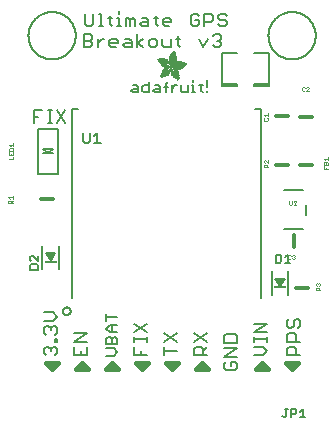
<source format=gbr>
G04 EAGLE Gerber RS-274X export*
G75*
%MOMM*%
%FSLAX34Y34*%
%LPD*%
%INSilkscreen Top*%
%IPPOS*%
%AMOC8*
5,1,8,0,0,1.08239X$1,22.5*%
G01*
%ADD10C,0.406400*%
%ADD11C,0.203200*%
%ADD12C,0.152400*%
%ADD13C,0.050800*%
%ADD14C,0.304800*%
%ADD15R,1.000000X0.200000*%
%ADD16C,0.127000*%
%ADD17R,0.034300X0.003800*%
%ADD18R,0.057200X0.003800*%
%ADD19R,0.076200X0.003800*%
%ADD20R,0.091400X0.003800*%
%ADD21R,0.102900X0.003800*%
%ADD22R,0.114300X0.003900*%
%ADD23R,0.129500X0.003800*%
%ADD24R,0.137200X0.003800*%
%ADD25R,0.144800X0.003800*%
%ADD26R,0.152400X0.003800*%
%ADD27R,0.160000X0.003800*%
%ADD28R,0.171500X0.003800*%
%ADD29R,0.175300X0.003800*%
%ADD30R,0.182900X0.003800*%
%ADD31R,0.190500X0.003800*%
%ADD32R,0.194300X0.003900*%
%ADD33R,0.201900X0.003800*%
%ADD34R,0.209500X0.003800*%
%ADD35R,0.213400X0.003800*%
%ADD36R,0.221000X0.003800*%
%ADD37R,0.224800X0.003800*%
%ADD38R,0.232400X0.003800*%
%ADD39R,0.240000X0.003800*%
%ADD40R,0.243800X0.003800*%
%ADD41R,0.247600X0.003800*%
%ADD42R,0.255300X0.003900*%
%ADD43R,0.259100X0.003800*%
%ADD44R,0.262900X0.003800*%
%ADD45R,0.270500X0.003800*%
%ADD46R,0.274300X0.003800*%
%ADD47R,0.281900X0.003800*%
%ADD48R,0.285700X0.003800*%
%ADD49R,0.289500X0.003800*%
%ADD50R,0.297200X0.003800*%
%ADD51R,0.301000X0.003800*%
%ADD52R,0.304800X0.003900*%
%ADD53R,0.312400X0.003800*%
%ADD54R,0.316200X0.003800*%
%ADD55R,0.320000X0.003800*%
%ADD56R,0.327600X0.003800*%
%ADD57R,0.331500X0.003800*%
%ADD58R,0.339100X0.003800*%
%ADD59R,0.342900X0.003800*%
%ADD60R,0.346700X0.003800*%
%ADD61R,0.354300X0.003800*%
%ADD62R,0.358100X0.003900*%
%ADD63R,0.361900X0.003800*%
%ADD64R,0.369600X0.003800*%
%ADD65R,0.373400X0.003800*%
%ADD66R,0.377200X0.003800*%
%ADD67R,0.384800X0.003800*%
%ADD68R,0.388600X0.003800*%
%ADD69R,0.396200X0.003800*%
%ADD70R,0.400000X0.003800*%
%ADD71R,0.403800X0.003800*%
%ADD72R,0.411500X0.003900*%
%ADD73R,0.415300X0.003800*%
%ADD74R,0.419100X0.003800*%
%ADD75R,0.045700X0.003800*%
%ADD76R,0.426700X0.003800*%
%ADD77R,0.072400X0.003800*%
%ADD78R,0.430500X0.003800*%
%ADD79R,0.095300X0.003800*%
%ADD80R,0.438100X0.003800*%
%ADD81R,0.110500X0.003800*%
%ADD82R,0.441900X0.003800*%
%ADD83R,0.445800X0.003800*%
%ADD84R,0.144700X0.003800*%
%ADD85R,0.453400X0.003800*%
%ADD86R,0.457200X0.003800*%
%ADD87R,0.175300X0.003900*%
%ADD88R,0.461000X0.003900*%
%ADD89R,0.468600X0.003800*%
%ADD90R,0.205800X0.003800*%
%ADD91R,0.472400X0.003800*%
%ADD92R,0.217200X0.003800*%
%ADD93R,0.476200X0.003800*%
%ADD94R,0.483900X0.003800*%
%ADD95R,0.247700X0.003800*%
%ADD96R,0.487700X0.003800*%
%ADD97R,0.495300X0.003800*%
%ADD98R,0.499100X0.003800*%
%ADD99R,0.502900X0.003800*%
%ADD100R,0.510500X0.003800*%
%ADD101R,0.308600X0.003900*%
%ADD102R,0.514300X0.003900*%
%ADD103R,0.323800X0.003800*%
%ADD104R,0.518100X0.003800*%
%ADD105R,0.335300X0.003800*%
%ADD106R,0.525800X0.003800*%
%ADD107R,0.529600X0.003800*%
%ADD108R,0.358100X0.003800*%
%ADD109R,0.533400X0.003800*%
%ADD110R,0.537200X0.003800*%
%ADD111R,0.381000X0.003800*%
%ADD112R,0.544800X0.003800*%
%ADD113R,0.392400X0.003800*%
%ADD114R,0.548600X0.003800*%
%ADD115R,0.552400X0.003800*%
%ADD116R,0.556200X0.003800*%
%ADD117R,0.422900X0.003900*%
%ADD118R,0.560100X0.003900*%
%ADD119R,0.434300X0.003800*%
%ADD120R,0.563900X0.003800*%
%ADD121R,0.567700X0.003800*%
%ADD122R,0.461000X0.003800*%
%ADD123R,0.571500X0.003800*%
%ADD124R,0.575300X0.003800*%
%ADD125R,0.480100X0.003800*%
%ADD126R,0.579100X0.003800*%
%ADD127R,0.491500X0.003800*%
%ADD128R,0.582900X0.003800*%
%ADD129R,0.586700X0.003800*%
%ADD130R,0.510600X0.003800*%
%ADD131R,0.590500X0.003800*%
%ADD132R,0.522000X0.003800*%
%ADD133R,0.594300X0.003800*%
%ADD134R,0.533400X0.003900*%
%ADD135R,0.598200X0.003900*%
%ADD136R,0.541000X0.003800*%
%ADD137R,0.602000X0.003800*%
%ADD138R,0.552500X0.003800*%
%ADD139R,0.605800X0.003800*%
%ADD140R,0.560100X0.003800*%
%ADD141R,0.609600X0.003800*%
%ADD142R,0.613400X0.003800*%
%ADD143R,0.583000X0.003800*%
%ADD144R,0.617200X0.003800*%
%ADD145R,0.594400X0.003800*%
%ADD146R,0.621000X0.003800*%
%ADD147R,0.598200X0.003800*%
%ADD148R,0.624800X0.003800*%
%ADD149R,0.613500X0.003900*%
%ADD150R,0.628600X0.003900*%
%ADD151R,0.632400X0.003800*%
%ADD152R,0.628600X0.003800*%
%ADD153R,0.636300X0.003800*%
%ADD154R,0.640100X0.003800*%
%ADD155R,0.636200X0.003800*%
%ADD156R,0.643900X0.003800*%
%ADD157R,0.647700X0.003800*%
%ADD158R,0.651500X0.003800*%
%ADD159R,0.659100X0.003800*%
%ADD160R,0.659100X0.003900*%
%ADD161R,0.655300X0.003900*%
%ADD162R,0.662900X0.003800*%
%ADD163R,0.655300X0.003800*%
%ADD164R,0.670500X0.003800*%
%ADD165R,0.670600X0.003800*%
%ADD166R,0.674400X0.003800*%
%ADD167R,0.682000X0.003800*%
%ADD168R,0.666700X0.003800*%
%ADD169R,0.685800X0.003800*%
%ADD170R,0.689600X0.003800*%
%ADD171R,0.693400X0.003900*%
%ADD172R,0.674400X0.003900*%
%ADD173R,0.697200X0.003800*%
%ADD174R,0.678200X0.003800*%
%ADD175R,0.697300X0.003800*%
%ADD176R,0.701100X0.003800*%
%ADD177R,0.704900X0.003800*%
%ADD178R,0.708700X0.003800*%
%ADD179R,0.712500X0.003800*%
%ADD180R,0.716300X0.003800*%
%ADD181R,0.720100X0.003900*%
%ADD182R,0.689600X0.003900*%
%ADD183R,0.720000X0.003800*%
%ADD184R,0.693400X0.003800*%
%ADD185R,0.723900X0.003800*%
%ADD186R,0.727700X0.003800*%
%ADD187R,0.731500X0.003800*%
%ADD188R,0.701000X0.003800*%
%ADD189R,0.735300X0.003800*%
%ADD190R,0.731500X0.003900*%
%ADD191R,0.701000X0.003900*%
%ADD192R,0.704800X0.003800*%
%ADD193R,0.739100X0.003800*%
%ADD194R,0.743000X0.003800*%
%ADD195R,0.739200X0.003800*%
%ADD196R,0.743000X0.003900*%
%ADD197R,0.704800X0.003900*%
%ADD198R,0.746800X0.003800*%
%ADD199R,0.746800X0.003900*%
%ADD200R,0.742900X0.003800*%
%ADD201R,0.746700X0.003800*%
%ADD202R,0.746700X0.003900*%
%ADD203R,1.428800X0.003800*%
%ADD204R,1.424900X0.003800*%
%ADD205R,1.421100X0.003900*%
%ADD206R,1.421100X0.003800*%
%ADD207R,1.417300X0.003800*%
%ADD208R,1.413500X0.003800*%
%ADD209R,1.409700X0.003800*%
%ADD210R,1.405900X0.003800*%
%ADD211R,1.402100X0.003800*%
%ADD212R,1.398300X0.003800*%
%ADD213R,0.983000X0.003900*%
%ADD214R,0.384800X0.003900*%
%ADD215R,0.971600X0.003800*%
%ADD216R,0.963900X0.003800*%
%ADD217R,0.956300X0.003800*%
%ADD218R,0.365800X0.003800*%
%ADD219R,0.952500X0.003800*%
%ADD220R,0.941000X0.003800*%
%ADD221R,0.358200X0.003800*%
%ADD222R,0.937200X0.003800*%
%ADD223R,0.933400X0.003800*%
%ADD224R,0.354400X0.003800*%
%ADD225R,0.925800X0.003800*%
%ADD226R,0.350500X0.003800*%
%ADD227R,0.922000X0.003800*%
%ADD228R,0.918200X0.003900*%
%ADD229R,0.346700X0.003900*%
%ADD230R,0.910600X0.003800*%
%ADD231R,0.906800X0.003800*%
%ADD232R,0.903000X0.003800*%
%ADD233R,0.339000X0.003800*%
%ADD234R,0.895300X0.003800*%
%ADD235R,0.335200X0.003800*%
%ADD236R,0.887700X0.003800*%
%ADD237R,0.883900X0.003800*%
%ADD238R,0.331400X0.003800*%
%ADD239R,0.880100X0.003800*%
%ADD240R,0.876300X0.003800*%
%ADD241R,0.468600X0.003900*%
%ADD242R,0.396200X0.003900*%
%ADD243R,0.323800X0.003900*%
%ADD244R,0.449600X0.003800*%
%ADD245R,0.323900X0.003800*%
%ADD246R,0.442000X0.003800*%
%ADD247R,0.434400X0.003800*%
%ADD248R,0.320100X0.003800*%
%ADD249R,0.316300X0.003800*%
%ADD250R,0.426800X0.003800*%
%ADD251R,0.327700X0.003800*%
%ADD252R,0.312500X0.003800*%
%ADD253R,0.422900X0.003800*%
%ADD254R,0.308600X0.003800*%
%ADD255R,0.293400X0.003800*%
%ADD256R,0.304800X0.003800*%
%ADD257R,0.419100X0.003900*%
%ADD258R,0.285700X0.003900*%
%ADD259R,0.301000X0.003900*%
%ADD260R,0.411500X0.003800*%
%ADD261R,0.407700X0.003800*%
%ADD262R,0.289600X0.003800*%
%ADD263R,0.285800X0.003800*%
%ADD264R,0.403900X0.003800*%
%ADD265R,0.228600X0.003800*%
%ADD266R,0.403900X0.003900*%
%ADD267R,0.221000X0.003900*%
%ADD268R,0.278100X0.003900*%
%ADD269R,0.400100X0.003800*%
%ADD270R,0.209600X0.003800*%
%ADD271R,0.266700X0.003800*%
%ADD272R,0.038100X0.003800*%
%ADD273R,0.194300X0.003800*%
%ADD274R,0.148600X0.003800*%
%ADD275R,0.259000X0.003800*%
%ADD276R,0.182800X0.003800*%
%ADD277R,0.186700X0.003800*%
%ADD278R,0.251400X0.003800*%
%ADD279R,0.179100X0.003800*%
%ADD280R,0.236200X0.003800*%
%ADD281R,0.243900X0.003900*%
%ADD282R,0.282000X0.003900*%
%ADD283R,0.167700X0.003800*%
%ADD284R,0.236300X0.003800*%
%ADD285R,0.396300X0.003800*%
%ADD286R,0.163900X0.003800*%
%ADD287R,0.392500X0.003800*%
%ADD288R,0.160100X0.003800*%
%ADD289R,0.586800X0.003800*%
%ADD290R,0.148500X0.003800*%
%ADD291R,0.140900X0.003800*%
%ADD292R,0.392400X0.003900*%
%ADD293R,0.140900X0.003900*%
%ADD294R,0.647700X0.003900*%
%ADD295R,0.133300X0.003800*%
%ADD296R,0.674300X0.003800*%
%ADD297R,0.388700X0.003800*%
%ADD298R,0.125700X0.003800*%
%ADD299R,0.121900X0.003800*%
%ADD300R,0.720100X0.003800*%
%ADD301R,0.118100X0.003800*%
%ADD302R,0.118100X0.003900*%
%ADD303R,0.739100X0.003900*%
%ADD304R,0.114300X0.003800*%
%ADD305R,0.754400X0.003800*%
%ADD306R,0.765800X0.003800*%
%ADD307R,0.773400X0.003800*%
%ADD308R,0.784800X0.003800*%
%ADD309R,0.118200X0.003800*%
%ADD310R,0.792500X0.003800*%
%ADD311R,0.803900X0.003800*%
%ADD312R,0.122000X0.003800*%
%ADD313R,0.815400X0.003800*%
%ADD314R,0.125800X0.003800*%
%ADD315R,0.826800X0.003800*%
%ADD316R,0.369500X0.003900*%
%ADD317R,0.133400X0.003900*%
%ADD318R,0.842000X0.003900*%
%ADD319R,0.365700X0.003800*%
%ADD320R,1.009700X0.003800*%
%ADD321R,1.013500X0.003800*%
%ADD322R,0.362000X0.003800*%
%ADD323R,1.024900X0.003800*%
%ADD324R,1.028700X0.003800*%
%ADD325R,1.036300X0.003800*%
%ADD326R,1.047800X0.003800*%
%ADD327R,1.055400X0.003800*%
%ADD328R,1.070600X0.003800*%
%ADD329R,0.030500X0.003800*%
%ADD330R,1.436400X0.003800*%
%ADD331R,1.562100X0.003900*%
%ADD332R,1.588700X0.003800*%
%ADD333R,1.607800X0.003800*%
%ADD334R,1.626900X0.003800*%
%ADD335R,1.642100X0.003800*%
%ADD336R,1.657400X0.003800*%
%ADD337R,1.676400X0.003800*%
%ADD338R,1.687800X0.003800*%
%ADD339R,1.703000X0.003800*%
%ADD340R,1.714500X0.003800*%
%ADD341R,1.726000X0.003900*%
%ADD342R,1.741200X0.003800*%
%ADD343R,0.914400X0.003800*%
%ADD344R,0.769600X0.003800*%
%ADD345R,0.884000X0.003800*%
%ADD346R,0.712400X0.003800*%
%ADD347R,0.880100X0.003900*%
%ADD348R,0.887800X0.003800*%
%ADD349R,0.891600X0.003800*%
%ADD350R,0.895400X0.003800*%
%ADD351R,0.251500X0.003800*%
%ADD352R,0.579200X0.003900*%
%ADD353R,0.243900X0.003800*%
%ADD354R,0.556300X0.003800*%
%ADD355R,0.255200X0.003800*%
%ADD356R,0.529500X0.003800*%
%ADD357R,0.731600X0.003800*%
%ADD358R,0.525800X0.003900*%
%ADD359R,0.281900X0.003900*%
%ADD360R,0.735400X0.003900*%
%ADD361R,0.300900X0.003800*%
%ADD362R,0.762000X0.003800*%
%ADD363R,0.518200X0.003800*%
%ADD364R,0.350600X0.003800*%
%ADD365R,0.796300X0.003800*%
%ADD366R,0.807800X0.003800*%
%ADD367R,0.506700X0.003800*%
%ADD368R,0.849600X0.003800*%
%ADD369R,0.506700X0.003900*%
%ADD370R,1.371600X0.003900*%
%ADD371R,1.207800X0.003800*%
%ADD372R,0.503000X0.003800*%
%ADD373R,0.141000X0.003800*%
%ADD374R,1.203900X0.003800*%
%ADD375R,1.204000X0.003800*%
%ADD376R,1.200200X0.003800*%
%ADD377R,0.499100X0.003900*%
%ADD378R,0.156200X0.003900*%
%ADD379R,1.196400X0.003900*%
%ADD380R,1.196400X0.003800*%
%ADD381R,0.163800X0.003800*%
%ADD382R,0.167600X0.003800*%
%ADD383R,1.192500X0.003800*%
%ADD384R,0.499200X0.003800*%
%ADD385R,1.188700X0.003800*%
%ADD386R,0.506800X0.003800*%
%ADD387R,1.184900X0.003800*%
%ADD388R,0.510600X0.003900*%
%ADD389R,0.209600X0.003900*%
%ADD390R,1.181100X0.003900*%
%ADD391R,0.514400X0.003800*%
%ADD392R,1.181100X0.003800*%
%ADD393R,1.177300X0.003800*%
%ADD394R,0.240100X0.003800*%
%ADD395R,1.173500X0.003800*%
%ADD396R,1.169700X0.003800*%
%ADD397R,1.165900X0.003800*%
%ADD398R,1.162100X0.003800*%
%ADD399R,0.929700X0.003900*%
%ADD400R,1.162100X0.003900*%
%ADD401R,0.929700X0.003800*%
%ADD402R,1.154500X0.003800*%
%ADD403R,0.933500X0.003800*%
%ADD404R,1.150600X0.003800*%
%ADD405R,0.937300X0.003800*%
%ADD406R,1.146800X0.003800*%
%ADD407R,0.941100X0.003800*%
%ADD408R,1.139200X0.003800*%
%ADD409R,0.944900X0.003800*%
%ADD410R,1.135400X0.003800*%
%ADD411R,0.948700X0.003800*%
%ADD412R,1.127800X0.003800*%
%ADD413R,1.124000X0.003800*%
%ADD414R,1.116400X0.003800*%
%ADD415R,0.956300X0.003900*%
%ADD416R,1.104900X0.003900*%
%ADD417R,0.960100X0.003800*%
%ADD418R,1.093500X0.003800*%
%ADD419R,1.085900X0.003800*%
%ADD420R,0.967800X0.003800*%
%ADD421R,1.074500X0.003800*%
%ADD422R,1.063000X0.003800*%
%ADD423R,0.975400X0.003800*%
%ADD424R,1.036400X0.003800*%
%ADD425R,0.979200X0.003800*%
%ADD426R,1.021000X0.003800*%
%ADD427R,0.983000X0.003800*%
%ADD428R,1.009600X0.003800*%
%ADD429R,0.986800X0.003800*%
%ADD430R,0.998200X0.003800*%
%ADD431R,0.990600X0.003900*%
%ADD432R,0.986700X0.003900*%
%ADD433R,0.994400X0.003800*%
%ADD434R,0.975300X0.003800*%
%ADD435R,0.948600X0.003800*%
%ADD436R,1.002000X0.003800*%
%ADD437R,0.213300X0.003800*%
%ADD438R,0.217100X0.003800*%
%ADD439R,1.017300X0.003800*%
%ADD440R,0.666800X0.003800*%
%ADD441R,0.220900X0.003800*%
%ADD442R,1.028700X0.003900*%
%ADD443R,0.224700X0.003900*%
%ADD444R,1.032500X0.003800*%
%ADD445R,1.040100X0.003800*%
%ADD446R,1.043900X0.003800*%
%ADD447R,0.548700X0.003800*%
%ADD448R,1.051500X0.003800*%
%ADD449R,1.055300X0.003800*%
%ADD450R,1.059100X0.003800*%
%ADD451R,1.062900X0.003800*%
%ADD452R,0.255300X0.003800*%
%ADD453R,1.066800X0.003900*%
%ADD454R,0.259100X0.003900*%
%ADD455R,0.457200X0.003900*%
%ADD456R,0.423000X0.003800*%
%ADD457R,1.082100X0.003800*%
%ADD458R,0.274400X0.003800*%
%ADD459R,0.278200X0.003800*%
%ADD460R,1.101100X0.003800*%
%ADD461R,0.278100X0.003800*%
%ADD462R,0.876300X0.003900*%
%ADD463R,0.236200X0.003900*%
%ADD464R,0.289600X0.003900*%
%ADD465R,0.247700X0.003900*%
%ADD466R,0.049500X0.003800*%
%ADD467R,0.640100X0.003900*%
%ADD468R,0.659200X0.003800*%
%ADD469R,0.663000X0.003800*%
%ADD470R,0.872500X0.003900*%
%ADD471R,0.666800X0.003900*%
%ADD472R,0.872500X0.003800*%
%ADD473R,0.868700X0.003800*%
%ADD474R,0.864900X0.003800*%
%ADD475R,0.861100X0.003800*%
%ADD476R,0.857300X0.003800*%
%ADD477R,0.853400X0.003800*%
%ADD478R,0.845800X0.003800*%
%ADD479R,0.682000X0.003900*%
%ADD480R,0.842000X0.003800*%
%ADD481R,0.834400X0.003800*%
%ADD482R,0.823000X0.003800*%
%ADD483R,0.815300X0.003800*%
%ADD484R,0.811500X0.003800*%
%ADD485R,0.788700X0.003800*%
%ADD486R,0.777300X0.003900*%
%ADD487R,0.750600X0.003800*%
%ADD488R,0.735400X0.003800*%
%ADD489R,0.727800X0.003800*%
%ADD490R,0.628700X0.003800*%
%ADD491R,0.575400X0.003800*%
%ADD492R,0.670600X0.003900*%
%ADD493R,0.655400X0.003800*%
%ADD494R,0.651500X0.003900*%
%ADD495R,0.624800X0.003900*%
%ADD496R,0.594400X0.003900*%
%ADD497R,0.563900X0.003900*%
%ADD498R,0.541100X0.003800*%
%ADD499R,0.537300X0.003800*%
%ADD500R,0.525700X0.003800*%
%ADD501R,0.525700X0.003900*%
%ADD502R,0.514300X0.003800*%
%ADD503R,0.480100X0.003900*%
%ADD504R,0.464800X0.003800*%
%ADD505R,0.442000X0.003900*%
%ADD506R,0.438200X0.003800*%
%ADD507R,0.430600X0.003800*%
%ADD508R,0.407600X0.003800*%
%ADD509R,0.403800X0.003900*%
%ADD510R,0.365700X0.003900*%
%ADD511R,0.327700X0.003900*%
%ADD512R,0.243800X0.003900*%
%ADD513R,0.205800X0.003900*%
%ADD514R,0.198100X0.003800*%
%ADD515R,0.163800X0.003900*%
%ADD516R,0.137100X0.003800*%
%ADD517R,0.091500X0.003900*%
%ADD518R,0.060900X0.003800*%

G36*
X24246Y127535D02*
X24246Y127535D01*
X24273Y127535D01*
X24384Y127567D01*
X24497Y127593D01*
X24520Y127606D01*
X24546Y127614D01*
X24644Y127676D01*
X24745Y127732D01*
X24761Y127750D01*
X24786Y127765D01*
X24971Y127973D01*
X24975Y127977D01*
X26975Y130977D01*
X27006Y131041D01*
X27046Y131101D01*
X27067Y131169D01*
X27098Y131233D01*
X27110Y131304D01*
X27131Y131372D01*
X27133Y131443D01*
X27145Y131514D01*
X27137Y131585D01*
X27139Y131656D01*
X27121Y131725D01*
X27112Y131796D01*
X27085Y131862D01*
X27067Y131931D01*
X27030Y131992D01*
X27003Y132058D01*
X26958Y132114D01*
X26922Y132176D01*
X26870Y132225D01*
X26825Y132280D01*
X26767Y132321D01*
X26714Y132370D01*
X26651Y132403D01*
X26593Y132444D01*
X26525Y132467D01*
X26461Y132500D01*
X26402Y132510D01*
X26324Y132537D01*
X26205Y132543D01*
X26130Y132555D01*
X22130Y132555D01*
X22059Y132545D01*
X21987Y132545D01*
X21919Y132525D01*
X21849Y132515D01*
X21783Y132486D01*
X21714Y132466D01*
X21654Y132428D01*
X21589Y132399D01*
X21534Y132353D01*
X21474Y132315D01*
X21426Y132262D01*
X21372Y132216D01*
X21332Y132156D01*
X21285Y132102D01*
X21254Y132038D01*
X21215Y131979D01*
X21193Y131911D01*
X21162Y131846D01*
X21150Y131776D01*
X21129Y131708D01*
X21127Y131636D01*
X21115Y131566D01*
X21123Y131495D01*
X21121Y131424D01*
X21140Y131354D01*
X21148Y131283D01*
X21173Y131228D01*
X21193Y131149D01*
X21254Y131046D01*
X21285Y130977D01*
X23285Y127977D01*
X23362Y127890D01*
X23435Y127800D01*
X23457Y127785D01*
X23475Y127765D01*
X23572Y127703D01*
X23667Y127636D01*
X23693Y127628D01*
X23715Y127613D01*
X23826Y127581D01*
X23936Y127543D01*
X23963Y127542D01*
X23988Y127535D01*
X24104Y127535D01*
X24220Y127529D01*
X24246Y127535D01*
G37*
G36*
X218556Y105945D02*
X218556Y105945D01*
X218583Y105945D01*
X218694Y105977D01*
X218807Y106003D01*
X218830Y106016D01*
X218856Y106024D01*
X218954Y106086D01*
X219055Y106142D01*
X219071Y106160D01*
X219096Y106175D01*
X219281Y106383D01*
X219285Y106387D01*
X221285Y109387D01*
X221316Y109451D01*
X221356Y109511D01*
X221377Y109579D01*
X221408Y109643D01*
X221420Y109714D01*
X221441Y109782D01*
X221443Y109853D01*
X221455Y109924D01*
X221447Y109995D01*
X221449Y110066D01*
X221431Y110135D01*
X221422Y110206D01*
X221395Y110272D01*
X221377Y110341D01*
X221340Y110402D01*
X221313Y110468D01*
X221268Y110524D01*
X221232Y110586D01*
X221180Y110635D01*
X221135Y110690D01*
X221077Y110731D01*
X221024Y110780D01*
X220961Y110813D01*
X220903Y110854D01*
X220835Y110877D01*
X220771Y110910D01*
X220712Y110920D01*
X220634Y110947D01*
X220515Y110953D01*
X220440Y110965D01*
X216440Y110965D01*
X216369Y110955D01*
X216297Y110955D01*
X216229Y110935D01*
X216159Y110925D01*
X216093Y110896D01*
X216024Y110876D01*
X215964Y110838D01*
X215899Y110809D01*
X215844Y110763D01*
X215784Y110725D01*
X215736Y110672D01*
X215682Y110626D01*
X215642Y110566D01*
X215595Y110512D01*
X215564Y110448D01*
X215525Y110389D01*
X215503Y110321D01*
X215472Y110256D01*
X215460Y110186D01*
X215439Y110118D01*
X215437Y110046D01*
X215425Y109976D01*
X215433Y109905D01*
X215431Y109834D01*
X215450Y109764D01*
X215458Y109693D01*
X215483Y109638D01*
X215503Y109559D01*
X215564Y109456D01*
X215595Y109387D01*
X217595Y106387D01*
X217672Y106300D01*
X217745Y106210D01*
X217767Y106195D01*
X217785Y106175D01*
X217882Y106113D01*
X217977Y106046D01*
X218003Y106038D01*
X218025Y106023D01*
X218136Y105991D01*
X218246Y105953D01*
X218273Y105952D01*
X218298Y105945D01*
X218414Y105945D01*
X218530Y105939D01*
X218556Y105945D01*
G37*
D10*
X198120Y35560D02*
X208280Y35560D01*
X203200Y40640D01*
X198120Y35560D01*
X30480Y40640D02*
X20320Y40640D01*
X25400Y35560D01*
X30480Y40640D01*
X71120Y35560D02*
X81280Y35560D01*
X76200Y40640D01*
X71120Y35560D01*
X121920Y40640D02*
X132080Y40640D01*
X127000Y35560D02*
X121920Y40640D01*
X127000Y35560D02*
X132080Y40640D01*
X147320Y35560D02*
X157480Y35560D01*
X152400Y40640D01*
X147320Y35560D01*
X55880Y35560D02*
X45720Y35560D01*
X50800Y40640D02*
X55880Y35560D01*
X50800Y40640D02*
X45720Y35560D01*
X96520Y40640D02*
X106680Y40640D01*
X101600Y35560D02*
X96520Y40640D01*
X101600Y35560D02*
X106680Y40640D01*
X223520Y40640D02*
X233680Y40640D01*
X228600Y35560D02*
X223520Y40640D01*
X228600Y35560D02*
X233680Y40640D01*
D11*
X203705Y46736D02*
X196587Y46736D01*
X203705Y46736D02*
X207264Y50295D01*
X203705Y53854D01*
X196587Y53854D01*
X207264Y58430D02*
X207264Y61989D01*
X207264Y60209D02*
X196587Y60209D01*
X196587Y58430D02*
X196587Y61989D01*
X196587Y66226D02*
X207264Y66226D01*
X207264Y73344D02*
X196587Y66226D01*
X196587Y73344D02*
X207264Y73344D01*
X20566Y46736D02*
X18787Y48516D01*
X18787Y52075D01*
X20566Y53854D01*
X22346Y53854D01*
X24125Y52075D01*
X24125Y50295D01*
X24125Y52075D02*
X25905Y53854D01*
X27685Y53854D01*
X29464Y52075D01*
X29464Y48516D01*
X27685Y46736D01*
X27685Y58430D02*
X29464Y58430D01*
X27685Y58430D02*
X27685Y60209D01*
X29464Y60209D01*
X29464Y58430D01*
X20566Y64277D02*
X18787Y66056D01*
X18787Y69616D01*
X20566Y71395D01*
X22346Y71395D01*
X24125Y69616D01*
X24125Y67836D01*
X24125Y69616D02*
X25905Y71395D01*
X27685Y71395D01*
X29464Y69616D01*
X29464Y66056D01*
X27685Y64277D01*
X25905Y75971D02*
X18787Y75971D01*
X25905Y75971D02*
X29464Y79530D01*
X25905Y83089D01*
X18787Y83089D01*
X171187Y39375D02*
X172966Y41154D01*
X171187Y39375D02*
X171187Y35816D01*
X172966Y34036D01*
X180085Y34036D01*
X181864Y35816D01*
X181864Y39375D01*
X180085Y41154D01*
X176525Y41154D01*
X176525Y37595D01*
X171187Y45730D02*
X181864Y45730D01*
X181864Y52848D02*
X171187Y45730D01*
X171187Y52848D02*
X181864Y52848D01*
X181864Y57424D02*
X171187Y57424D01*
X181864Y57424D02*
X181864Y62763D01*
X180085Y64542D01*
X172966Y64542D01*
X171187Y62763D01*
X171187Y57424D01*
D12*
X77467Y46482D02*
X71366Y46482D01*
X77467Y46482D02*
X80518Y49533D01*
X77467Y52583D01*
X71366Y52583D01*
X71366Y56305D02*
X80518Y56305D01*
X71366Y56305D02*
X71366Y60881D01*
X72892Y62406D01*
X74417Y62406D01*
X75942Y60881D01*
X77467Y62406D01*
X78993Y62406D01*
X80518Y60881D01*
X80518Y56305D01*
X75942Y56305D02*
X75942Y60881D01*
X74417Y66128D02*
X80518Y66128D01*
X74417Y66128D02*
X71366Y69178D01*
X74417Y72229D01*
X80518Y72229D01*
X75942Y72229D02*
X75942Y66128D01*
X80518Y79001D02*
X71366Y79001D01*
X71366Y75951D02*
X71366Y82052D01*
D11*
X120387Y50295D02*
X131064Y50295D01*
X120387Y46736D02*
X120387Y53854D01*
X120387Y58430D02*
X131064Y65548D01*
X131064Y58430D02*
X120387Y65548D01*
X145787Y46736D02*
X156464Y46736D01*
X145787Y46736D02*
X145787Y52075D01*
X147566Y53854D01*
X151125Y53854D01*
X152905Y52075D01*
X152905Y46736D01*
X152905Y50295D02*
X156464Y53854D01*
X145787Y58430D02*
X156464Y65548D01*
X156464Y58430D02*
X145787Y65548D01*
X44187Y53854D02*
X44187Y46736D01*
X54864Y46736D01*
X54864Y53854D01*
X49525Y50295D02*
X49525Y46736D01*
X44187Y58430D02*
X54864Y58430D01*
X54864Y65548D02*
X44187Y58430D01*
X44187Y65548D02*
X54864Y65548D01*
X94987Y46736D02*
X105664Y46736D01*
X94987Y46736D02*
X94987Y53854D01*
X100325Y50295D02*
X100325Y46736D01*
X105664Y58430D02*
X105664Y61989D01*
X105664Y60209D02*
X94987Y60209D01*
X94987Y58430D02*
X94987Y61989D01*
X94987Y66226D02*
X105664Y73344D01*
X105664Y66226D02*
X94987Y73344D01*
X52451Y307881D02*
X52451Y318558D01*
X57790Y318558D01*
X59569Y316779D01*
X59569Y314999D01*
X57790Y313220D01*
X59569Y311440D01*
X59569Y309661D01*
X57790Y307881D01*
X52451Y307881D01*
X52451Y313220D02*
X57790Y313220D01*
X64145Y314999D02*
X64145Y307881D01*
X64145Y311440D02*
X67704Y314999D01*
X69484Y314999D01*
X75669Y307881D02*
X79229Y307881D01*
X75669Y307881D02*
X73890Y309661D01*
X73890Y313220D01*
X75669Y314999D01*
X79229Y314999D01*
X81008Y313220D01*
X81008Y311440D01*
X73890Y311440D01*
X87363Y314999D02*
X90922Y314999D01*
X92702Y313220D01*
X92702Y307881D01*
X87363Y307881D01*
X85584Y309661D01*
X87363Y311440D01*
X92702Y311440D01*
X97278Y307881D02*
X97278Y318558D01*
X97278Y311440D02*
X102616Y307881D01*
X97278Y311440D02*
X102616Y314999D01*
X108802Y307881D02*
X112361Y307881D01*
X114141Y309661D01*
X114141Y313220D01*
X112361Y314999D01*
X108802Y314999D01*
X107023Y313220D01*
X107023Y309661D01*
X108802Y307881D01*
X118717Y309661D02*
X118717Y314999D01*
X118717Y309661D02*
X120496Y307881D01*
X125835Y307881D01*
X125835Y314999D01*
X132190Y316779D02*
X132190Y309661D01*
X133970Y307881D01*
X133970Y314999D02*
X130411Y314999D01*
X149901Y314999D02*
X153460Y307881D01*
X157019Y314999D01*
X161595Y316779D02*
X163374Y318558D01*
X166933Y318558D01*
X168713Y316779D01*
X168713Y314999D01*
X166933Y313220D01*
X165154Y313220D01*
X166933Y313220D02*
X168713Y311440D01*
X168713Y309661D01*
X166933Y307881D01*
X163374Y307881D01*
X161595Y309661D01*
D12*
X96524Y275289D02*
X93643Y275289D01*
X96524Y275289D02*
X97964Y273849D01*
X97964Y269527D01*
X93643Y269527D01*
X92202Y270968D01*
X93643Y272408D01*
X97964Y272408D01*
X107319Y269527D02*
X107319Y278170D01*
X107319Y269527D02*
X102998Y269527D01*
X101557Y270968D01*
X101557Y273849D01*
X102998Y275289D01*
X107319Y275289D01*
X112353Y275289D02*
X115234Y275289D01*
X116675Y273849D01*
X116675Y269527D01*
X112353Y269527D01*
X110912Y270968D01*
X112353Y272408D01*
X116675Y272408D01*
X121708Y269527D02*
X121708Y276730D01*
X123149Y278170D01*
X123149Y273849D02*
X120268Y273849D01*
X126504Y275289D02*
X126504Y269527D01*
X126504Y272408D02*
X129385Y275289D01*
X130826Y275289D01*
X134300Y275289D02*
X134300Y270968D01*
X135741Y269527D01*
X140063Y269527D01*
X140063Y275289D01*
X143656Y275289D02*
X145096Y275289D01*
X145096Y269527D01*
X143656Y269527D02*
X146537Y269527D01*
X145096Y278170D02*
X145096Y279611D01*
X151333Y276730D02*
X151333Y270968D01*
X152773Y269527D01*
X152773Y275289D02*
X149892Y275289D01*
X156129Y270968D02*
X156129Y269527D01*
X156129Y273849D02*
X156129Y279611D01*
D11*
X9906Y254263D02*
X9906Y243586D01*
X9906Y254263D02*
X17024Y254263D01*
X13465Y248925D02*
X9906Y248925D01*
X21600Y243586D02*
X25159Y243586D01*
X23379Y243586D02*
X23379Y254263D01*
X21600Y254263D02*
X25159Y254263D01*
X29396Y254263D02*
X36514Y243586D01*
X29396Y243586D02*
X36514Y254263D01*
X224527Y46736D02*
X235204Y46736D01*
X224527Y46736D02*
X224527Y52075D01*
X226306Y53854D01*
X229865Y53854D01*
X231645Y52075D01*
X231645Y46736D01*
X235204Y58430D02*
X224527Y58430D01*
X224527Y63769D01*
X226306Y65548D01*
X229865Y65548D01*
X231645Y63769D01*
X231645Y58430D01*
X224527Y75463D02*
X226306Y77242D01*
X224527Y75463D02*
X224527Y71903D01*
X226306Y70124D01*
X228086Y70124D01*
X229865Y71903D01*
X229865Y75463D01*
X231645Y77242D01*
X233425Y77242D01*
X235204Y75463D01*
X235204Y71903D01*
X233425Y70124D01*
X53086Y327281D02*
X53086Y336178D01*
X53086Y327281D02*
X54866Y325501D01*
X58425Y325501D01*
X60204Y327281D01*
X60204Y336178D01*
X64780Y336178D02*
X66559Y336178D01*
X66559Y325501D01*
X64780Y325501D02*
X68339Y325501D01*
X74355Y327281D02*
X74355Y334399D01*
X74355Y327281D02*
X76135Y325501D01*
X76135Y332619D02*
X72576Y332619D01*
X80372Y332619D02*
X82151Y332619D01*
X82151Y325501D01*
X80372Y325501D02*
X83931Y325501D01*
X82151Y336178D02*
X82151Y337958D01*
X88168Y332619D02*
X88168Y325501D01*
X88168Y332619D02*
X89947Y332619D01*
X91727Y330840D01*
X91727Y325501D01*
X91727Y330840D02*
X93506Y332619D01*
X95286Y330840D01*
X95286Y325501D01*
X101641Y332619D02*
X105200Y332619D01*
X106980Y330840D01*
X106980Y325501D01*
X101641Y325501D01*
X99862Y327281D01*
X101641Y329060D01*
X106980Y329060D01*
X113335Y327281D02*
X113335Y334399D01*
X113335Y327281D02*
X115115Y325501D01*
X115115Y332619D02*
X111556Y332619D01*
X121131Y325501D02*
X124690Y325501D01*
X121131Y325501D02*
X119352Y327281D01*
X119352Y330840D01*
X121131Y332619D01*
X124690Y332619D01*
X126470Y330840D01*
X126470Y329060D01*
X119352Y329060D01*
X148078Y336178D02*
X149858Y334399D01*
X148078Y336178D02*
X144519Y336178D01*
X142740Y334399D01*
X142740Y327281D01*
X144519Y325501D01*
X148078Y325501D01*
X149858Y327281D01*
X149858Y330840D01*
X146299Y330840D01*
X154434Y336178D02*
X154434Y325501D01*
X154434Y336178D02*
X159772Y336178D01*
X161552Y334399D01*
X161552Y330840D01*
X159772Y329060D01*
X154434Y329060D01*
X171466Y336178D02*
X173246Y334399D01*
X171466Y336178D02*
X167907Y336178D01*
X166128Y334399D01*
X166128Y332619D01*
X167907Y330840D01*
X171466Y330840D01*
X173246Y329060D01*
X173246Y327281D01*
X171466Y325501D01*
X167907Y325501D01*
X166128Y327281D01*
X41920Y255260D02*
X41920Y95260D01*
X201920Y95260D02*
X201920Y255260D01*
X196920Y255260D01*
X46920Y255260D02*
X41920Y255260D01*
X34758Y84260D02*
X34760Y84372D01*
X34766Y84484D01*
X34776Y84596D01*
X34790Y84707D01*
X34808Y84818D01*
X34829Y84928D01*
X34855Y85038D01*
X34885Y85146D01*
X34918Y85253D01*
X34955Y85359D01*
X34996Y85464D01*
X35041Y85567D01*
X35089Y85668D01*
X35141Y85768D01*
X35196Y85865D01*
X35254Y85961D01*
X35316Y86054D01*
X35382Y86146D01*
X35450Y86235D01*
X35522Y86321D01*
X35597Y86405D01*
X35674Y86486D01*
X35755Y86564D01*
X35838Y86640D01*
X35924Y86712D01*
X36012Y86781D01*
X36103Y86847D01*
X36195Y86910D01*
X36291Y86970D01*
X36388Y87026D01*
X36487Y87079D01*
X36588Y87128D01*
X36691Y87173D01*
X36795Y87215D01*
X36900Y87253D01*
X37007Y87287D01*
X37115Y87318D01*
X37224Y87344D01*
X37334Y87367D01*
X37445Y87386D01*
X37556Y87401D01*
X37668Y87412D01*
X37780Y87419D01*
X37892Y87422D01*
X38004Y87421D01*
X38116Y87416D01*
X38228Y87407D01*
X38340Y87394D01*
X38451Y87377D01*
X38561Y87356D01*
X38670Y87332D01*
X38779Y87303D01*
X38886Y87271D01*
X38993Y87234D01*
X39098Y87195D01*
X39201Y87151D01*
X39303Y87104D01*
X39403Y87053D01*
X39501Y86998D01*
X39597Y86941D01*
X39691Y86879D01*
X39783Y86815D01*
X39873Y86747D01*
X39960Y86676D01*
X40044Y86602D01*
X40126Y86525D01*
X40205Y86446D01*
X40281Y86363D01*
X40354Y86278D01*
X40424Y86190D01*
X40491Y86100D01*
X40555Y86008D01*
X40615Y85913D01*
X40672Y85817D01*
X40726Y85718D01*
X40776Y85617D01*
X40822Y85515D01*
X40865Y85411D01*
X40904Y85306D01*
X40939Y85200D01*
X40971Y85092D01*
X40998Y84983D01*
X41022Y84873D01*
X41042Y84763D01*
X41058Y84652D01*
X41070Y84540D01*
X41078Y84428D01*
X41082Y84316D01*
X41082Y84204D01*
X41078Y84092D01*
X41070Y83980D01*
X41058Y83868D01*
X41042Y83757D01*
X41022Y83647D01*
X40998Y83537D01*
X40971Y83428D01*
X40939Y83320D01*
X40904Y83214D01*
X40865Y83109D01*
X40822Y83005D01*
X40776Y82903D01*
X40726Y82802D01*
X40672Y82703D01*
X40615Y82607D01*
X40555Y82512D01*
X40491Y82420D01*
X40424Y82330D01*
X40354Y82242D01*
X40281Y82157D01*
X40205Y82074D01*
X40126Y81995D01*
X40044Y81918D01*
X39960Y81844D01*
X39873Y81773D01*
X39783Y81705D01*
X39691Y81641D01*
X39597Y81579D01*
X39501Y81522D01*
X39403Y81467D01*
X39303Y81416D01*
X39201Y81369D01*
X39098Y81325D01*
X38993Y81286D01*
X38886Y81249D01*
X38779Y81217D01*
X38670Y81188D01*
X38561Y81164D01*
X38451Y81143D01*
X38340Y81126D01*
X38228Y81113D01*
X38116Y81104D01*
X38004Y81099D01*
X37892Y81098D01*
X37780Y81101D01*
X37668Y81108D01*
X37556Y81119D01*
X37445Y81134D01*
X37334Y81153D01*
X37224Y81176D01*
X37115Y81202D01*
X37007Y81233D01*
X36900Y81267D01*
X36795Y81305D01*
X36691Y81347D01*
X36588Y81392D01*
X36487Y81441D01*
X36388Y81494D01*
X36291Y81550D01*
X36195Y81610D01*
X36103Y81673D01*
X36012Y81739D01*
X35924Y81808D01*
X35838Y81880D01*
X35755Y81956D01*
X35674Y82034D01*
X35597Y82115D01*
X35522Y82199D01*
X35450Y82285D01*
X35382Y82374D01*
X35316Y82466D01*
X35254Y82559D01*
X35196Y82655D01*
X35141Y82752D01*
X35089Y82852D01*
X35041Y82953D01*
X34996Y83056D01*
X34955Y83161D01*
X34918Y83267D01*
X34885Y83374D01*
X34855Y83482D01*
X34829Y83592D01*
X34808Y83702D01*
X34790Y83813D01*
X34776Y83924D01*
X34766Y84036D01*
X34760Y84148D01*
X34758Y84260D01*
D12*
X51572Y228173D02*
X51572Y235375D01*
X51572Y228173D02*
X53013Y226732D01*
X55894Y226732D01*
X57334Y228173D01*
X57334Y235375D01*
X60927Y232494D02*
X63808Y235375D01*
X63808Y226732D01*
X60927Y226732D02*
X66689Y226732D01*
D11*
X221870Y186440D02*
X237870Y186440D01*
X237870Y153440D02*
X221870Y153440D01*
X240370Y165940D02*
X240370Y173940D01*
D13*
X226210Y174583D02*
X226210Y177549D01*
X226210Y174583D02*
X226803Y173990D01*
X227989Y173990D01*
X228583Y174583D01*
X228583Y177549D01*
X229952Y173990D02*
X232325Y173990D01*
X229952Y173990D02*
X232325Y176363D01*
X232325Y176956D01*
X231731Y177549D01*
X230545Y177549D01*
X229952Y176956D01*
D11*
X25830Y217710D02*
X21830Y217710D01*
X17830Y217710D01*
X21830Y217710D02*
X25830Y221710D01*
X17830Y221710D01*
X21830Y217710D01*
X13330Y238710D02*
X30330Y238710D01*
X30330Y200710D01*
X13330Y200710D01*
X13330Y238710D01*
D13*
X-7380Y212616D02*
X-10939Y212616D01*
X-7380Y212616D02*
X-7380Y214988D01*
X-10939Y216358D02*
X-10939Y218730D01*
X-10939Y216358D02*
X-7380Y216358D01*
X-7380Y218730D01*
X-9160Y217544D02*
X-9160Y216358D01*
X-10939Y220100D02*
X-7380Y220100D01*
X-7380Y221879D01*
X-7973Y222473D01*
X-10346Y222473D01*
X-10939Y221879D01*
X-10939Y220100D01*
X-9753Y223842D02*
X-10939Y225028D01*
X-7380Y225028D01*
X-7380Y223842D02*
X-7380Y226215D01*
D14*
X16270Y179070D02*
X26430Y179070D01*
D13*
X-8114Y175514D02*
X-11673Y175514D01*
X-11673Y177294D01*
X-11080Y177887D01*
X-9894Y177887D01*
X-9300Y177294D01*
X-9300Y175514D01*
X-9300Y176700D02*
X-8114Y177887D01*
X-10487Y179256D02*
X-11673Y180442D01*
X-8114Y180442D01*
X-8114Y179256D02*
X-8114Y181629D01*
D14*
X214630Y249160D02*
X224790Y249160D01*
D13*
X205060Y247977D02*
X204467Y247384D01*
X204467Y246197D01*
X205060Y245604D01*
X207433Y245604D01*
X208026Y246197D01*
X208026Y247384D01*
X207433Y247977D01*
X205653Y249346D02*
X204467Y250532D01*
X208026Y250532D01*
X208026Y249346D02*
X208026Y251719D01*
D14*
X214630Y208040D02*
X224790Y208040D01*
D13*
X208280Y205890D02*
X204721Y205890D01*
X204721Y207669D01*
X205314Y208263D01*
X206501Y208263D01*
X207094Y207669D01*
X207094Y205890D01*
X207094Y207076D02*
X208280Y208263D01*
X208280Y209632D02*
X208280Y212005D01*
X208280Y209632D02*
X205907Y212005D01*
X205314Y212005D01*
X204721Y211411D01*
X204721Y210225D01*
X205314Y209632D01*
D14*
X234950Y248680D02*
X245110Y248680D01*
D13*
X239223Y273476D02*
X238629Y274069D01*
X237443Y274069D01*
X236850Y273476D01*
X236850Y271103D01*
X237443Y270510D01*
X238629Y270510D01*
X239223Y271103D01*
X240592Y270510D02*
X242965Y270510D01*
X240592Y270510D02*
X242965Y272883D01*
X242965Y273476D01*
X242371Y274069D01*
X241185Y274069D01*
X240592Y273476D01*
D14*
X245110Y208040D02*
X234950Y208040D01*
D13*
X255267Y204484D02*
X258826Y204484D01*
X255267Y204484D02*
X255267Y206857D01*
X257047Y205670D02*
X257047Y204484D01*
X258826Y208226D02*
X255267Y208226D01*
X255267Y210006D01*
X255860Y210599D01*
X256453Y210599D01*
X257047Y210006D01*
X257640Y210599D01*
X258233Y210599D01*
X258826Y210006D01*
X258826Y208226D01*
X257047Y208226D02*
X257047Y210006D01*
X256453Y211968D02*
X255267Y213154D01*
X258826Y213154D01*
X258826Y211968D02*
X258826Y214341D01*
D11*
X5400Y317500D02*
X5406Y317991D01*
X5424Y318481D01*
X5454Y318971D01*
X5496Y319460D01*
X5550Y319948D01*
X5616Y320435D01*
X5694Y320919D01*
X5784Y321402D01*
X5886Y321882D01*
X5999Y322360D01*
X6124Y322834D01*
X6261Y323306D01*
X6409Y323774D01*
X6569Y324238D01*
X6740Y324698D01*
X6922Y325154D01*
X7116Y325605D01*
X7320Y326051D01*
X7536Y326492D01*
X7762Y326928D01*
X7998Y327358D01*
X8245Y327782D01*
X8503Y328200D01*
X8771Y328611D01*
X9048Y329016D01*
X9336Y329414D01*
X9633Y329805D01*
X9940Y330188D01*
X10256Y330563D01*
X10581Y330931D01*
X10915Y331291D01*
X11258Y331642D01*
X11609Y331985D01*
X11969Y332319D01*
X12337Y332644D01*
X12712Y332960D01*
X13095Y333267D01*
X13486Y333564D01*
X13884Y333852D01*
X14289Y334129D01*
X14700Y334397D01*
X15118Y334655D01*
X15542Y334902D01*
X15972Y335138D01*
X16408Y335364D01*
X16849Y335580D01*
X17295Y335784D01*
X17746Y335978D01*
X18202Y336160D01*
X18662Y336331D01*
X19126Y336491D01*
X19594Y336639D01*
X20066Y336776D01*
X20540Y336901D01*
X21018Y337014D01*
X21498Y337116D01*
X21981Y337206D01*
X22465Y337284D01*
X22952Y337350D01*
X23440Y337404D01*
X23929Y337446D01*
X24419Y337476D01*
X24909Y337494D01*
X25400Y337500D01*
X25891Y337494D01*
X26381Y337476D01*
X26871Y337446D01*
X27360Y337404D01*
X27848Y337350D01*
X28335Y337284D01*
X28819Y337206D01*
X29302Y337116D01*
X29782Y337014D01*
X30260Y336901D01*
X30734Y336776D01*
X31206Y336639D01*
X31674Y336491D01*
X32138Y336331D01*
X32598Y336160D01*
X33054Y335978D01*
X33505Y335784D01*
X33951Y335580D01*
X34392Y335364D01*
X34828Y335138D01*
X35258Y334902D01*
X35682Y334655D01*
X36100Y334397D01*
X36511Y334129D01*
X36916Y333852D01*
X37314Y333564D01*
X37705Y333267D01*
X38088Y332960D01*
X38463Y332644D01*
X38831Y332319D01*
X39191Y331985D01*
X39542Y331642D01*
X39885Y331291D01*
X40219Y330931D01*
X40544Y330563D01*
X40860Y330188D01*
X41167Y329805D01*
X41464Y329414D01*
X41752Y329016D01*
X42029Y328611D01*
X42297Y328200D01*
X42555Y327782D01*
X42802Y327358D01*
X43038Y326928D01*
X43264Y326492D01*
X43480Y326051D01*
X43684Y325605D01*
X43878Y325154D01*
X44060Y324698D01*
X44231Y324238D01*
X44391Y323774D01*
X44539Y323306D01*
X44676Y322834D01*
X44801Y322360D01*
X44914Y321882D01*
X45016Y321402D01*
X45106Y320919D01*
X45184Y320435D01*
X45250Y319948D01*
X45304Y319460D01*
X45346Y318971D01*
X45376Y318481D01*
X45394Y317991D01*
X45400Y317500D01*
X45394Y317009D01*
X45376Y316519D01*
X45346Y316029D01*
X45304Y315540D01*
X45250Y315052D01*
X45184Y314565D01*
X45106Y314081D01*
X45016Y313598D01*
X44914Y313118D01*
X44801Y312640D01*
X44676Y312166D01*
X44539Y311694D01*
X44391Y311226D01*
X44231Y310762D01*
X44060Y310302D01*
X43878Y309846D01*
X43684Y309395D01*
X43480Y308949D01*
X43264Y308508D01*
X43038Y308072D01*
X42802Y307642D01*
X42555Y307218D01*
X42297Y306800D01*
X42029Y306389D01*
X41752Y305984D01*
X41464Y305586D01*
X41167Y305195D01*
X40860Y304812D01*
X40544Y304437D01*
X40219Y304069D01*
X39885Y303709D01*
X39542Y303358D01*
X39191Y303015D01*
X38831Y302681D01*
X38463Y302356D01*
X38088Y302040D01*
X37705Y301733D01*
X37314Y301436D01*
X36916Y301148D01*
X36511Y300871D01*
X36100Y300603D01*
X35682Y300345D01*
X35258Y300098D01*
X34828Y299862D01*
X34392Y299636D01*
X33951Y299420D01*
X33505Y299216D01*
X33054Y299022D01*
X32598Y298840D01*
X32138Y298669D01*
X31674Y298509D01*
X31206Y298361D01*
X30734Y298224D01*
X30260Y298099D01*
X29782Y297986D01*
X29302Y297884D01*
X28819Y297794D01*
X28335Y297716D01*
X27848Y297650D01*
X27360Y297596D01*
X26871Y297554D01*
X26381Y297524D01*
X25891Y297506D01*
X25400Y297500D01*
X24909Y297506D01*
X24419Y297524D01*
X23929Y297554D01*
X23440Y297596D01*
X22952Y297650D01*
X22465Y297716D01*
X21981Y297794D01*
X21498Y297884D01*
X21018Y297986D01*
X20540Y298099D01*
X20066Y298224D01*
X19594Y298361D01*
X19126Y298509D01*
X18662Y298669D01*
X18202Y298840D01*
X17746Y299022D01*
X17295Y299216D01*
X16849Y299420D01*
X16408Y299636D01*
X15972Y299862D01*
X15542Y300098D01*
X15118Y300345D01*
X14700Y300603D01*
X14289Y300871D01*
X13884Y301148D01*
X13486Y301436D01*
X13095Y301733D01*
X12712Y302040D01*
X12337Y302356D01*
X11969Y302681D01*
X11609Y303015D01*
X11258Y303358D01*
X10915Y303709D01*
X10581Y304069D01*
X10256Y304437D01*
X9940Y304812D01*
X9633Y305195D01*
X9336Y305586D01*
X9048Y305984D01*
X8771Y306389D01*
X8503Y306800D01*
X8245Y307218D01*
X7998Y307642D01*
X7762Y308072D01*
X7536Y308508D01*
X7320Y308949D01*
X7116Y309395D01*
X6922Y309846D01*
X6740Y310302D01*
X6569Y310762D01*
X6409Y311226D01*
X6261Y311694D01*
X6124Y312166D01*
X5999Y312640D01*
X5886Y313118D01*
X5784Y313598D01*
X5694Y314081D01*
X5616Y314565D01*
X5550Y315052D01*
X5496Y315540D01*
X5454Y316029D01*
X5424Y316519D01*
X5406Y317009D01*
X5400Y317500D01*
X208600Y317500D02*
X208606Y317991D01*
X208624Y318481D01*
X208654Y318971D01*
X208696Y319460D01*
X208750Y319948D01*
X208816Y320435D01*
X208894Y320919D01*
X208984Y321402D01*
X209086Y321882D01*
X209199Y322360D01*
X209324Y322834D01*
X209461Y323306D01*
X209609Y323774D01*
X209769Y324238D01*
X209940Y324698D01*
X210122Y325154D01*
X210316Y325605D01*
X210520Y326051D01*
X210736Y326492D01*
X210962Y326928D01*
X211198Y327358D01*
X211445Y327782D01*
X211703Y328200D01*
X211971Y328611D01*
X212248Y329016D01*
X212536Y329414D01*
X212833Y329805D01*
X213140Y330188D01*
X213456Y330563D01*
X213781Y330931D01*
X214115Y331291D01*
X214458Y331642D01*
X214809Y331985D01*
X215169Y332319D01*
X215537Y332644D01*
X215912Y332960D01*
X216295Y333267D01*
X216686Y333564D01*
X217084Y333852D01*
X217489Y334129D01*
X217900Y334397D01*
X218318Y334655D01*
X218742Y334902D01*
X219172Y335138D01*
X219608Y335364D01*
X220049Y335580D01*
X220495Y335784D01*
X220946Y335978D01*
X221402Y336160D01*
X221862Y336331D01*
X222326Y336491D01*
X222794Y336639D01*
X223266Y336776D01*
X223740Y336901D01*
X224218Y337014D01*
X224698Y337116D01*
X225181Y337206D01*
X225665Y337284D01*
X226152Y337350D01*
X226640Y337404D01*
X227129Y337446D01*
X227619Y337476D01*
X228109Y337494D01*
X228600Y337500D01*
X229091Y337494D01*
X229581Y337476D01*
X230071Y337446D01*
X230560Y337404D01*
X231048Y337350D01*
X231535Y337284D01*
X232019Y337206D01*
X232502Y337116D01*
X232982Y337014D01*
X233460Y336901D01*
X233934Y336776D01*
X234406Y336639D01*
X234874Y336491D01*
X235338Y336331D01*
X235798Y336160D01*
X236254Y335978D01*
X236705Y335784D01*
X237151Y335580D01*
X237592Y335364D01*
X238028Y335138D01*
X238458Y334902D01*
X238882Y334655D01*
X239300Y334397D01*
X239711Y334129D01*
X240116Y333852D01*
X240514Y333564D01*
X240905Y333267D01*
X241288Y332960D01*
X241663Y332644D01*
X242031Y332319D01*
X242391Y331985D01*
X242742Y331642D01*
X243085Y331291D01*
X243419Y330931D01*
X243744Y330563D01*
X244060Y330188D01*
X244367Y329805D01*
X244664Y329414D01*
X244952Y329016D01*
X245229Y328611D01*
X245497Y328200D01*
X245755Y327782D01*
X246002Y327358D01*
X246238Y326928D01*
X246464Y326492D01*
X246680Y326051D01*
X246884Y325605D01*
X247078Y325154D01*
X247260Y324698D01*
X247431Y324238D01*
X247591Y323774D01*
X247739Y323306D01*
X247876Y322834D01*
X248001Y322360D01*
X248114Y321882D01*
X248216Y321402D01*
X248306Y320919D01*
X248384Y320435D01*
X248450Y319948D01*
X248504Y319460D01*
X248546Y318971D01*
X248576Y318481D01*
X248594Y317991D01*
X248600Y317500D01*
X248594Y317009D01*
X248576Y316519D01*
X248546Y316029D01*
X248504Y315540D01*
X248450Y315052D01*
X248384Y314565D01*
X248306Y314081D01*
X248216Y313598D01*
X248114Y313118D01*
X248001Y312640D01*
X247876Y312166D01*
X247739Y311694D01*
X247591Y311226D01*
X247431Y310762D01*
X247260Y310302D01*
X247078Y309846D01*
X246884Y309395D01*
X246680Y308949D01*
X246464Y308508D01*
X246238Y308072D01*
X246002Y307642D01*
X245755Y307218D01*
X245497Y306800D01*
X245229Y306389D01*
X244952Y305984D01*
X244664Y305586D01*
X244367Y305195D01*
X244060Y304812D01*
X243744Y304437D01*
X243419Y304069D01*
X243085Y303709D01*
X242742Y303358D01*
X242391Y303015D01*
X242031Y302681D01*
X241663Y302356D01*
X241288Y302040D01*
X240905Y301733D01*
X240514Y301436D01*
X240116Y301148D01*
X239711Y300871D01*
X239300Y300603D01*
X238882Y300345D01*
X238458Y300098D01*
X238028Y299862D01*
X237592Y299636D01*
X237151Y299420D01*
X236705Y299216D01*
X236254Y299022D01*
X235798Y298840D01*
X235338Y298669D01*
X234874Y298509D01*
X234406Y298361D01*
X233934Y298224D01*
X233460Y298099D01*
X232982Y297986D01*
X232502Y297884D01*
X232019Y297794D01*
X231535Y297716D01*
X231048Y297650D01*
X230560Y297596D01*
X230071Y297554D01*
X229581Y297524D01*
X229091Y297506D01*
X228600Y297500D01*
X228109Y297506D01*
X227619Y297524D01*
X227129Y297554D01*
X226640Y297596D01*
X226152Y297650D01*
X225665Y297716D01*
X225181Y297794D01*
X224698Y297884D01*
X224218Y297986D01*
X223740Y298099D01*
X223266Y298224D01*
X222794Y298361D01*
X222326Y298509D01*
X221862Y298669D01*
X221402Y298840D01*
X220946Y299022D01*
X220495Y299216D01*
X220049Y299420D01*
X219608Y299636D01*
X219172Y299862D01*
X218742Y300098D01*
X218318Y300345D01*
X217900Y300603D01*
X217489Y300871D01*
X217084Y301148D01*
X216686Y301436D01*
X216295Y301733D01*
X215912Y302040D01*
X215537Y302356D01*
X215169Y302681D01*
X214809Y303015D01*
X214458Y303358D01*
X214115Y303709D01*
X213781Y304069D01*
X213456Y304437D01*
X213140Y304812D01*
X212833Y305195D01*
X212536Y305586D01*
X212248Y305984D01*
X211971Y306389D01*
X211703Y306800D01*
X211445Y307218D01*
X211198Y307642D01*
X210962Y308072D01*
X210736Y308508D01*
X210520Y308949D01*
X210316Y309395D01*
X210122Y309846D01*
X209940Y310302D01*
X209769Y310762D01*
X209609Y311226D01*
X209461Y311694D01*
X209324Y312166D01*
X209199Y312640D01*
X209086Y313118D01*
X208984Y313598D01*
X208894Y314081D01*
X208816Y314565D01*
X208750Y315052D01*
X208696Y315540D01*
X208654Y316029D01*
X208624Y316519D01*
X208606Y317009D01*
X208600Y317500D01*
D14*
X229870Y148350D02*
X229870Y138190D01*
D13*
X226824Y131843D02*
X227417Y131250D01*
X226824Y131843D02*
X225637Y131843D01*
X225044Y131250D01*
X225044Y128877D01*
X225637Y128284D01*
X226824Y128284D01*
X227417Y128877D01*
X228786Y131250D02*
X229379Y131843D01*
X230566Y131843D01*
X231159Y131250D01*
X231159Y130657D01*
X230566Y130064D01*
X229972Y130064D01*
X230566Y130064D02*
X231159Y129470D01*
X231159Y128877D01*
X230566Y128284D01*
X229379Y128284D01*
X228786Y128877D01*
D11*
X211440Y117950D02*
X211440Y97950D01*
X225440Y97950D02*
X225440Y117950D01*
X214440Y111450D02*
X218440Y105450D01*
X214440Y111450D02*
X222440Y111450D01*
X218440Y105450D01*
D15*
X218440Y104450D03*
D16*
X215045Y125205D02*
X215045Y132069D01*
X215045Y125205D02*
X218477Y125205D01*
X219621Y126349D01*
X219621Y130925D01*
X218477Y132069D01*
X215045Y132069D01*
X222529Y129781D02*
X224817Y132069D01*
X224817Y125205D01*
X222529Y125205D02*
X227105Y125205D01*
D14*
X232170Y104140D02*
X242330Y104140D01*
D13*
X248677Y101854D02*
X252236Y101854D01*
X248677Y101854D02*
X248677Y103634D01*
X249270Y104227D01*
X250457Y104227D01*
X251050Y103634D01*
X251050Y101854D01*
X251050Y103040D02*
X252236Y104227D01*
X249270Y105596D02*
X248677Y106189D01*
X248677Y107376D01*
X249270Y107969D01*
X249863Y107969D01*
X250457Y107376D01*
X250457Y106782D01*
X250457Y107376D02*
X251050Y107969D01*
X251643Y107969D01*
X252236Y107376D01*
X252236Y106189D01*
X251643Y105596D01*
D17*
X132004Y279400D03*
D18*
X132004Y279438D03*
D19*
X131985Y279476D03*
D20*
X131985Y279514D03*
D21*
X132004Y279552D03*
D22*
X131985Y279591D03*
D23*
X131985Y279629D03*
D24*
X131985Y279667D03*
D25*
X131985Y279705D03*
D26*
X131947Y279743D03*
D27*
X131947Y279781D03*
D28*
X131928Y279819D03*
D29*
X131909Y279857D03*
D30*
X131909Y279895D03*
D31*
X131871Y279933D03*
D32*
X131852Y279972D03*
D33*
X131852Y280010D03*
D34*
X131814Y280048D03*
D35*
X131794Y280086D03*
D36*
X131756Y280124D03*
D37*
X131737Y280162D03*
D38*
X131737Y280200D03*
D39*
X131699Y280238D03*
D40*
X131680Y280276D03*
D41*
X131661Y280314D03*
D42*
X131623Y280353D03*
D43*
X131604Y280391D03*
D44*
X131585Y280429D03*
D45*
X131547Y280467D03*
D46*
X131528Y280505D03*
D47*
X131490Y280543D03*
D48*
X131471Y280581D03*
D49*
X131452Y280619D03*
D50*
X131413Y280657D03*
D51*
X131394Y280695D03*
D52*
X131375Y280734D03*
D53*
X131337Y280772D03*
D54*
X131318Y280810D03*
D55*
X131299Y280848D03*
D56*
X131261Y280886D03*
D57*
X131242Y280924D03*
D58*
X131204Y280962D03*
D59*
X131185Y281000D03*
D60*
X131166Y281038D03*
D61*
X131128Y281076D03*
D62*
X131109Y281115D03*
D63*
X131090Y281153D03*
D64*
X131051Y281191D03*
D65*
X131032Y281229D03*
D66*
X131013Y281267D03*
D67*
X130975Y281305D03*
D68*
X130956Y281343D03*
D69*
X130918Y281381D03*
D70*
X130899Y281419D03*
D71*
X130880Y281457D03*
D72*
X130842Y281496D03*
D73*
X130823Y281534D03*
D74*
X130804Y281572D03*
D75*
X118041Y281610D03*
D76*
X130766Y281610D03*
D77*
X118059Y281648D03*
D78*
X130747Y281648D03*
D79*
X118098Y281686D03*
D80*
X130709Y281686D03*
D81*
X118136Y281724D03*
D82*
X130690Y281724D03*
D23*
X118155Y281762D03*
D83*
X130670Y281762D03*
D84*
X118193Y281800D03*
D85*
X130632Y281800D03*
D27*
X118231Y281838D03*
D86*
X130613Y281838D03*
D87*
X118269Y281877D03*
D88*
X130594Y281877D03*
D31*
X118307Y281915D03*
D89*
X130556Y281915D03*
D90*
X118345Y281953D03*
D91*
X130537Y281953D03*
D92*
X118402Y281991D03*
D93*
X130518Y281991D03*
D38*
X118440Y282029D03*
D94*
X130480Y282029D03*
D95*
X118479Y282067D03*
D96*
X130461Y282067D03*
D43*
X118536Y282105D03*
D97*
X130423Y282105D03*
D46*
X118574Y282143D03*
D98*
X130404Y282143D03*
D48*
X118631Y282181D03*
D99*
X130385Y282181D03*
D50*
X118688Y282219D03*
D100*
X130347Y282219D03*
D101*
X118745Y282258D03*
D102*
X130328Y282258D03*
D103*
X118783Y282296D03*
D104*
X130309Y282296D03*
D105*
X118841Y282334D03*
D106*
X130270Y282334D03*
D60*
X118898Y282372D03*
D107*
X130251Y282372D03*
D108*
X118955Y282410D03*
D109*
X130232Y282410D03*
D64*
X119012Y282448D03*
D110*
X130213Y282448D03*
D111*
X119069Y282486D03*
D112*
X130175Y282486D03*
D113*
X119126Y282524D03*
D114*
X130156Y282524D03*
D71*
X119183Y282562D03*
D115*
X130137Y282562D03*
D73*
X119241Y282600D03*
D116*
X130118Y282600D03*
D117*
X119317Y282639D03*
D118*
X130099Y282639D03*
D119*
X119374Y282677D03*
D120*
X130080Y282677D03*
D83*
X119431Y282715D03*
D121*
X130061Y282715D03*
D122*
X119507Y282753D03*
D123*
X130042Y282753D03*
D91*
X119564Y282791D03*
D124*
X130023Y282791D03*
D125*
X119641Y282829D03*
D126*
X130004Y282829D03*
D127*
X119698Y282867D03*
D128*
X129985Y282867D03*
D99*
X119755Y282905D03*
D129*
X129966Y282905D03*
D130*
X119831Y282943D03*
D131*
X129947Y282943D03*
D132*
X119888Y282981D03*
D133*
X129928Y282981D03*
D134*
X119945Y283020D03*
D135*
X129908Y283020D03*
D136*
X120021Y283058D03*
D137*
X129889Y283058D03*
D138*
X120079Y283096D03*
D139*
X129870Y283096D03*
D140*
X120117Y283134D03*
D139*
X129870Y283134D03*
D123*
X120174Y283172D03*
D141*
X129851Y283172D03*
D124*
X120231Y283210D03*
D142*
X129832Y283210D03*
D143*
X120269Y283248D03*
D144*
X129813Y283248D03*
D145*
X120326Y283286D03*
D146*
X129794Y283286D03*
D147*
X120383Y283324D03*
D146*
X129794Y283324D03*
D139*
X120421Y283362D03*
D148*
X129775Y283362D03*
D149*
X120460Y283401D03*
D150*
X129756Y283401D03*
D142*
X120498Y283439D03*
D151*
X129737Y283439D03*
D146*
X120536Y283477D03*
D151*
X129737Y283477D03*
D152*
X120574Y283515D03*
D153*
X129718Y283515D03*
D151*
X120631Y283553D03*
D154*
X129699Y283553D03*
D155*
X120650Y283591D03*
D156*
X129680Y283591D03*
X120689Y283629D03*
X129680Y283629D03*
D157*
X120746Y283667D03*
X129661Y283667D03*
D158*
X120765Y283705D03*
X129642Y283705D03*
D159*
X120803Y283743D03*
D158*
X129642Y283743D03*
D160*
X120841Y283782D03*
D161*
X129623Y283782D03*
D162*
X120860Y283820D03*
D163*
X129623Y283820D03*
D164*
X120898Y283858D03*
D159*
X129604Y283858D03*
D165*
X120936Y283896D03*
D162*
X129585Y283896D03*
D166*
X120955Y283934D03*
D162*
X129585Y283934D03*
D167*
X120993Y283972D03*
D168*
X129566Y283972D03*
D167*
X121031Y284010D03*
D168*
X129566Y284010D03*
D169*
X121050Y284048D03*
D164*
X129547Y284048D03*
D170*
X121069Y284086D03*
D164*
X129547Y284086D03*
D170*
X121107Y284124D03*
D166*
X129527Y284124D03*
D171*
X121126Y284163D03*
D172*
X129527Y284163D03*
D173*
X121145Y284201D03*
D174*
X129508Y284201D03*
D175*
X121184Y284239D03*
D174*
X129508Y284239D03*
D176*
X121203Y284277D03*
D174*
X129508Y284277D03*
D177*
X121222Y284315D03*
D167*
X129489Y284315D03*
D177*
X121260Y284353D03*
D167*
X129489Y284353D03*
D178*
X121279Y284391D03*
D169*
X129470Y284391D03*
D179*
X121298Y284429D03*
D169*
X129470Y284429D03*
D179*
X121336Y284467D03*
D169*
X129470Y284467D03*
D180*
X121355Y284505D03*
D170*
X129451Y284505D03*
D181*
X121374Y284544D03*
D182*
X129451Y284544D03*
D183*
X121412Y284582D03*
D184*
X129432Y284582D03*
D185*
X121432Y284620D03*
D184*
X129432Y284620D03*
D185*
X121432Y284658D03*
D184*
X129432Y284658D03*
D185*
X121470Y284696D03*
D184*
X129432Y284696D03*
D186*
X121489Y284734D03*
D173*
X129413Y284734D03*
D187*
X121508Y284772D03*
D173*
X129413Y284772D03*
D186*
X121527Y284810D03*
D173*
X129413Y284810D03*
D187*
X121546Y284848D03*
D188*
X129394Y284848D03*
D189*
X121565Y284886D03*
D188*
X129394Y284886D03*
D190*
X121584Y284925D03*
D191*
X129394Y284925D03*
D189*
X121603Y284963D03*
D188*
X129394Y284963D03*
D189*
X121603Y285001D03*
D192*
X129375Y285001D03*
D189*
X121641Y285039D03*
D188*
X129356Y285039D03*
D193*
X121660Y285077D03*
D188*
X129356Y285077D03*
D193*
X121660Y285115D03*
D188*
X129356Y285115D03*
D193*
X121698Y285153D03*
D188*
X129356Y285153D03*
D193*
X121698Y285191D03*
D188*
X129356Y285191D03*
D194*
X121717Y285229D03*
D192*
X129337Y285229D03*
D195*
X121736Y285267D03*
D192*
X129337Y285267D03*
D196*
X121755Y285306D03*
D197*
X129337Y285306D03*
D194*
X121755Y285344D03*
D192*
X129337Y285344D03*
D194*
X121793Y285382D03*
D192*
X129337Y285382D03*
D194*
X121793Y285420D03*
D192*
X129337Y285420D03*
D194*
X121793Y285458D03*
D192*
X129337Y285458D03*
D194*
X121831Y285496D03*
D188*
X129318Y285496D03*
D194*
X121831Y285534D03*
D188*
X129318Y285534D03*
D198*
X121850Y285572D03*
D188*
X129318Y285572D03*
D194*
X121869Y285610D03*
D188*
X129318Y285610D03*
D194*
X121869Y285648D03*
D188*
X129318Y285648D03*
D199*
X121888Y285687D03*
D191*
X129318Y285687D03*
D200*
X121908Y285725D03*
D188*
X129318Y285725D03*
D200*
X121908Y285763D03*
D173*
X129299Y285763D03*
D201*
X121927Y285801D03*
D173*
X129299Y285801D03*
D200*
X121946Y285839D03*
D173*
X129299Y285839D03*
D200*
X121946Y285877D03*
D173*
X129299Y285877D03*
D200*
X121946Y285915D03*
D173*
X129299Y285915D03*
D201*
X121965Y285953D03*
D184*
X129280Y285953D03*
D200*
X121984Y285991D03*
D184*
X129280Y285991D03*
D200*
X121984Y286029D03*
D184*
X129280Y286029D03*
D202*
X122003Y286068D03*
D171*
X129280Y286068D03*
D200*
X122022Y286106D03*
D170*
X129261Y286106D03*
D200*
X122022Y286144D03*
D170*
X129261Y286144D03*
D201*
X122041Y286182D03*
D170*
X129261Y286182D03*
D200*
X122060Y286220D03*
D170*
X129261Y286220D03*
D200*
X122060Y286258D03*
D169*
X129242Y286258D03*
D200*
X122060Y286296D03*
D169*
X129242Y286296D03*
D203*
X125527Y286334D03*
X125527Y286372D03*
D204*
X125508Y286410D03*
D205*
X125527Y286449D03*
D206*
X125527Y286487D03*
D207*
X125508Y286525D03*
D208*
X125527Y286563D03*
X125527Y286601D03*
D209*
X125508Y286639D03*
D210*
X125527Y286677D03*
X125527Y286715D03*
D211*
X125508Y286753D03*
D212*
X125527Y286791D03*
D213*
X123450Y286830D03*
D214*
X130556Y286830D03*
D215*
X123393Y286868D03*
D66*
X130594Y286868D03*
D216*
X123394Y286906D03*
D65*
X130613Y286906D03*
D217*
X123356Y286944D03*
D218*
X130613Y286944D03*
D219*
X123337Y286982D03*
D218*
X130613Y286982D03*
D220*
X123317Y287020D03*
D221*
X130613Y287020D03*
D222*
X123298Y287058D03*
D221*
X130613Y287058D03*
D223*
X123279Y287096D03*
D224*
X130594Y287096D03*
D225*
X123279Y287134D03*
D226*
X130614Y287134D03*
D227*
X123260Y287172D03*
D60*
X130595Y287172D03*
D228*
X123241Y287211D03*
D229*
X130595Y287211D03*
D230*
X123241Y287249D03*
D59*
X130576Y287249D03*
D231*
X123222Y287287D03*
D59*
X130576Y287287D03*
D232*
X123203Y287325D03*
D233*
X130556Y287325D03*
D234*
X123203Y287363D03*
D233*
X130556Y287363D03*
D234*
X123203Y287401D03*
D235*
X130537Y287401D03*
D236*
X123203Y287439D03*
D235*
X130537Y287439D03*
D237*
X123184Y287477D03*
D238*
X130518Y287477D03*
D239*
X123165Y287515D03*
D56*
X130499Y287515D03*
D240*
X123184Y287553D03*
D56*
X130499Y287553D03*
D241*
X121145Y287592D03*
D242*
X125546Y287592D03*
D243*
X130480Y287592D03*
D244*
X121088Y287630D03*
D64*
X125641Y287630D03*
D245*
X130442Y287630D03*
D246*
X121050Y287668D03*
D108*
X125699Y287668D03*
D245*
X130442Y287668D03*
D247*
X121050Y287706D03*
D60*
X125718Y287706D03*
D248*
X130423Y287706D03*
D247*
X121050Y287744D03*
D105*
X125737Y287744D03*
D249*
X130404Y287744D03*
D250*
X121050Y287782D03*
D251*
X125775Y287782D03*
D252*
X130385Y287782D03*
D250*
X121050Y287820D03*
D249*
X125794Y287820D03*
D252*
X130385Y287820D03*
D253*
X121070Y287858D03*
D254*
X125832Y287858D03*
D252*
X130347Y287858D03*
D253*
X121070Y287896D03*
D51*
X125832Y287896D03*
D254*
X130327Y287896D03*
D74*
X121089Y287934D03*
D255*
X125870Y287934D03*
D256*
X130308Y287934D03*
D257*
X121089Y287973D03*
D258*
X125870Y287973D03*
D259*
X130289Y287973D03*
D73*
X121108Y288011D03*
D46*
X125889Y288011D03*
D51*
X130251Y288011D03*
D73*
X121108Y288049D03*
D45*
X125908Y288049D03*
D50*
X130232Y288049D03*
D260*
X121127Y288087D03*
D44*
X125908Y288087D03*
D255*
X130213Y288087D03*
D260*
X121127Y288125D03*
D43*
X125927Y288125D03*
D255*
X130175Y288125D03*
D261*
X121146Y288163D03*
D41*
X125946Y288163D03*
D262*
X130156Y288163D03*
D261*
X121184Y288201D03*
D40*
X125965Y288201D03*
D263*
X130137Y288201D03*
D261*
X121184Y288239D03*
D39*
X125984Y288239D03*
D263*
X130099Y288239D03*
D264*
X121203Y288277D03*
D38*
X125984Y288277D03*
D47*
X130080Y288277D03*
D261*
X121222Y288315D03*
D265*
X126003Y288315D03*
D47*
X130042Y288315D03*
D266*
X121241Y288354D03*
D267*
X126003Y288354D03*
D268*
X130023Y288354D03*
D269*
X121260Y288392D03*
D92*
X126022Y288392D03*
D45*
X129985Y288392D03*
D264*
X121279Y288430D03*
D270*
X126022Y288430D03*
D45*
X129947Y288430D03*
D269*
X121298Y288468D03*
D90*
X126041Y288468D03*
D271*
X129928Y288468D03*
D272*
X132404Y288468D03*
D70*
X121336Y288506D03*
D33*
X126061Y288506D03*
D44*
X129871Y288506D03*
D81*
X132423Y288506D03*
D70*
X121336Y288544D03*
D273*
X126061Y288544D03*
D43*
X129852Y288544D03*
D274*
X132423Y288544D03*
D70*
X121374Y288582D03*
D31*
X126080Y288582D03*
D275*
X129813Y288582D03*
D276*
X132442Y288582D03*
D69*
X121393Y288620D03*
D277*
X126099Y288620D03*
D278*
X129775Y288620D03*
D35*
X132442Y288620D03*
D69*
X121431Y288658D03*
D279*
X126099Y288658D03*
D278*
X129737Y288658D03*
D280*
X132442Y288658D03*
D70*
X121450Y288696D03*
D279*
X126099Y288696D03*
D40*
X129699Y288696D03*
D275*
X132442Y288696D03*
D242*
X121469Y288735D03*
D87*
X126118Y288735D03*
D281*
X129661Y288735D03*
D282*
X132442Y288735D03*
D69*
X121507Y288773D03*
D283*
X126118Y288773D03*
D284*
X129623Y288773D03*
D51*
X132461Y288773D03*
D285*
X121546Y288811D03*
D286*
X126137Y288811D03*
D284*
X129585Y288811D03*
D55*
X132442Y288811D03*
D287*
X121565Y288849D03*
D288*
X126156Y288849D03*
D265*
X129546Y288849D03*
D59*
X132442Y288849D03*
D285*
X121584Y288887D03*
D288*
X126156Y288887D03*
D289*
X131299Y288887D03*
D285*
X121622Y288925D03*
D26*
X126155Y288925D03*
D147*
X131318Y288925D03*
D287*
X121641Y288963D03*
D290*
X126175Y288963D03*
D139*
X131356Y288963D03*
D113*
X121679Y289001D03*
D290*
X126175Y289001D03*
D146*
X131394Y289001D03*
D113*
X121717Y289039D03*
D84*
X126194Y289039D03*
D148*
X131413Y289039D03*
D113*
X121755Y289077D03*
D291*
X126213Y289077D03*
D153*
X131433Y289077D03*
D292*
X121793Y289116D03*
D293*
X126213Y289116D03*
D294*
X131452Y289116D03*
D68*
X121812Y289154D03*
D295*
X126213Y289154D03*
D163*
X131490Y289154D03*
D68*
X121850Y289192D03*
D295*
X126213Y289192D03*
D168*
X131509Y289192D03*
D68*
X121888Y289230D03*
D23*
X126232Y289230D03*
D296*
X131509Y289230D03*
D68*
X121926Y289268D03*
D23*
X126232Y289268D03*
D169*
X131528Y289268D03*
D297*
X121965Y289306D03*
D298*
X126251Y289306D03*
D184*
X131566Y289306D03*
D297*
X122003Y289344D03*
D298*
X126251Y289344D03*
D176*
X131566Y289344D03*
D68*
X122041Y289382D03*
D299*
X126270Y289382D03*
D179*
X131585Y289382D03*
D67*
X122098Y289420D03*
D299*
X126270Y289420D03*
D300*
X131585Y289420D03*
D67*
X122136Y289458D03*
D301*
X126289Y289458D03*
D186*
X131585Y289458D03*
D214*
X122174Y289497D03*
D302*
X126289Y289497D03*
D303*
X131604Y289497D03*
D67*
X122212Y289535D03*
D304*
X126308Y289535D03*
D198*
X131604Y289535D03*
D111*
X122269Y289573D03*
D301*
X126327Y289573D03*
D305*
X131604Y289573D03*
D111*
X122307Y289611D03*
D301*
X126327Y289611D03*
D306*
X131623Y289611D03*
D111*
X122384Y289649D03*
D301*
X126327Y289649D03*
D307*
X131623Y289649D03*
D111*
X122422Y289687D03*
D304*
X126346Y289687D03*
D308*
X131642Y289687D03*
D66*
X122479Y289725D03*
D309*
X126365Y289725D03*
D310*
X131642Y289725D03*
D65*
X122536Y289763D03*
D309*
X126365Y289763D03*
D311*
X131623Y289763D03*
D65*
X122612Y289801D03*
D312*
X126384Y289801D03*
D313*
X131642Y289801D03*
D65*
X122650Y289839D03*
D314*
X126403Y289839D03*
D315*
X131623Y289839D03*
D316*
X122746Y289878D03*
D317*
X126441Y289878D03*
D318*
X131623Y289878D03*
D319*
X122803Y289916D03*
D320*
X130823Y289916D03*
D218*
X122879Y289954D03*
D321*
X130842Y289954D03*
D322*
X122974Y289992D03*
D323*
X130861Y289992D03*
D108*
X123070Y290030D03*
D324*
X130880Y290030D03*
D61*
X123165Y290068D03*
D325*
X130880Y290068D03*
D226*
X123260Y290106D03*
D326*
X130899Y290106D03*
D60*
X123394Y290144D03*
D327*
X130899Y290144D03*
D60*
X123508Y290182D03*
D328*
X130899Y290182D03*
D329*
X121279Y290220D03*
D330*
X129108Y290220D03*
D331*
X128518Y290259D03*
D332*
X128461Y290297D03*
D333*
X128403Y290335D03*
D334*
X128385Y290373D03*
D335*
X128347Y290411D03*
D336*
X128308Y290449D03*
D337*
X128289Y290487D03*
D338*
X128270Y290525D03*
D339*
X128270Y290563D03*
D340*
X128251Y290601D03*
D341*
X128232Y290640D03*
D342*
X128232Y290678D03*
D343*
X124022Y290716D03*
D344*
X133128Y290716D03*
D234*
X123851Y290754D03*
D194*
X133299Y290754D03*
D237*
X123756Y290792D03*
D187*
X133433Y290792D03*
D345*
X123679Y290830D03*
D300*
X133528Y290830D03*
D237*
X123603Y290868D03*
D346*
X133642Y290868D03*
D239*
X123546Y290906D03*
D177*
X133719Y290906D03*
D239*
X123470Y290944D03*
D175*
X133795Y290944D03*
D239*
X123432Y290982D03*
D173*
X133871Y290982D03*
D347*
X123394Y291021D03*
D171*
X133928Y291021D03*
D348*
X123355Y291059D03*
D170*
X134023Y291059D03*
D348*
X123317Y291097D03*
D170*
X134061Y291097D03*
D349*
X123298Y291135D03*
D169*
X134118Y291135D03*
D350*
X123279Y291173D03*
D169*
X134195Y291173D03*
D232*
X123241Y291211D03*
D169*
X134233Y291211D03*
D231*
X123222Y291249D03*
D167*
X134290Y291249D03*
D230*
X123203Y291287D03*
D169*
X134347Y291287D03*
D141*
X121660Y291325D03*
D44*
X126442Y291325D03*
D169*
X134385Y291325D03*
D131*
X121527Y291363D03*
D351*
X126537Y291363D03*
D170*
X134442Y291363D03*
D352*
X121431Y291402D03*
D281*
X126575Y291402D03*
D182*
X134480Y291402D03*
D121*
X121336Y291440D03*
D353*
X126613Y291440D03*
D184*
X134499Y291440D03*
D120*
X121279Y291478D03*
D40*
X126651Y291478D03*
D175*
X134557Y291478D03*
D140*
X121184Y291516D03*
D41*
X126670Y291516D03*
D175*
X134595Y291516D03*
D354*
X121127Y291554D03*
D41*
X126708Y291554D03*
D177*
X134633Y291554D03*
D114*
X121050Y291592D03*
D278*
X126727Y291592D03*
D178*
X134652Y291592D03*
D136*
X121012Y291630D03*
D355*
X126746Y291630D03*
D179*
X134671Y291630D03*
D110*
X120955Y291668D03*
D44*
X126785Y291668D03*
D300*
X134709Y291668D03*
D109*
X120898Y291706D03*
D271*
X126804Y291706D03*
D185*
X134728Y291706D03*
D356*
X120841Y291744D03*
D46*
X126842Y291744D03*
D357*
X134766Y291744D03*
D358*
X120783Y291783D03*
D359*
X126880Y291783D03*
D360*
X134785Y291783D03*
D106*
X120745Y291821D03*
D49*
X126918Y291821D03*
D194*
X134785Y291821D03*
D132*
X120688Y291859D03*
D361*
X126937Y291859D03*
D305*
X134804Y291859D03*
D132*
X120650Y291897D03*
D254*
X126975Y291897D03*
D362*
X134804Y291897D03*
D363*
X120593Y291935D03*
D245*
X127013Y291935D03*
D344*
X134804Y291935D03*
D363*
X120555Y291973D03*
D105*
X127070Y291973D03*
D308*
X134804Y291973D03*
D100*
X120517Y292011D03*
D364*
X127108Y292011D03*
D365*
X134786Y292011D03*
D100*
X120479Y292049D03*
D64*
X127165Y292049D03*
D366*
X134766Y292049D03*
D367*
X120422Y292087D03*
D68*
X127260Y292087D03*
D315*
X134747Y292087D03*
D367*
X120384Y292125D03*
D73*
X127356Y292125D03*
D368*
X134671Y292125D03*
D369*
X120346Y292164D03*
D370*
X132099Y292164D03*
D99*
X120327Y292202D03*
D25*
X125927Y292202D03*
D371*
X132956Y292202D03*
D372*
X120288Y292240D03*
D373*
X125870Y292240D03*
D374*
X133014Y292240D03*
D372*
X120250Y292278D03*
D291*
X125832Y292278D03*
D374*
X133052Y292278D03*
D98*
X120231Y292316D03*
D291*
X125794Y292316D03*
D374*
X133090Y292316D03*
D98*
X120193Y292354D03*
D84*
X125775Y292354D03*
D375*
X133128Y292354D03*
D98*
X120155Y292392D03*
D25*
X125736Y292392D03*
D376*
X133147Y292392D03*
D98*
X120117Y292430D03*
D25*
X125698Y292430D03*
D376*
X133185Y292430D03*
D97*
X120098Y292468D03*
D274*
X125679Y292468D03*
D376*
X133223Y292468D03*
D97*
X120060Y292506D03*
D26*
X125622Y292506D03*
D376*
X133223Y292506D03*
D377*
X120041Y292545D03*
D378*
X125603Y292545D03*
D379*
X133242Y292545D03*
D98*
X120003Y292583D03*
D27*
X125584Y292583D03*
D380*
X133280Y292583D03*
D97*
X119984Y292621D03*
D381*
X125527Y292621D03*
D380*
X133280Y292621D03*
D98*
X119965Y292659D03*
D382*
X125508Y292659D03*
D383*
X133300Y292659D03*
D98*
X119927Y292697D03*
D29*
X125470Y292697D03*
D383*
X133300Y292697D03*
D372*
X119907Y292735D03*
D279*
X125451Y292735D03*
D383*
X133338Y292735D03*
D384*
X119888Y292773D03*
D30*
X125394Y292773D03*
D383*
X133338Y292773D03*
D372*
X119869Y292811D03*
D31*
X125356Y292811D03*
D385*
X133357Y292811D03*
D386*
X119850Y292849D03*
D273*
X125337Y292849D03*
D385*
X133357Y292849D03*
D386*
X119850Y292887D03*
D33*
X125299Y292887D03*
D387*
X133376Y292887D03*
D388*
X119831Y292926D03*
D389*
X125260Y292926D03*
D390*
X133357Y292926D03*
D391*
X119812Y292964D03*
D35*
X125203Y292964D03*
D392*
X133357Y292964D03*
D363*
X119793Y293002D03*
D36*
X125165Y293002D03*
D393*
X133376Y293002D03*
D363*
X119793Y293040D03*
D38*
X125108Y293040D03*
D393*
X133376Y293040D03*
D106*
X119793Y293078D03*
D394*
X125070Y293078D03*
D395*
X133395Y293078D03*
D107*
X119774Y293116D03*
D351*
X125013Y293116D03*
D395*
X133395Y293116D03*
D110*
X119774Y293154D03*
D44*
X124956Y293154D03*
D396*
X133376Y293154D03*
D136*
X119793Y293192D03*
D46*
X124899Y293192D03*
D397*
X133395Y293192D03*
D115*
X119812Y293230D03*
D262*
X124822Y293230D03*
D397*
X133395Y293230D03*
D123*
X119869Y293268D03*
D53*
X124708Y293268D03*
D398*
X133376Y293268D03*
D399*
X121622Y293307D03*
D400*
X133376Y293307D03*
D401*
X121622Y293345D03*
D402*
X133376Y293345D03*
D403*
X121603Y293383D03*
D404*
X133356Y293383D03*
D405*
X121584Y293421D03*
D404*
X133356Y293421D03*
D405*
X121584Y293459D03*
D406*
X133337Y293459D03*
D407*
X121565Y293497D03*
D408*
X133337Y293497D03*
D409*
X121546Y293535D03*
D410*
X133318Y293535D03*
D411*
X121527Y293573D03*
D412*
X133280Y293573D03*
D411*
X121527Y293611D03*
D413*
X133261Y293611D03*
D219*
X121508Y293649D03*
D414*
X133223Y293649D03*
D415*
X121489Y293688D03*
D416*
X133204Y293688D03*
D417*
X121470Y293726D03*
D418*
X133147Y293726D03*
D417*
X121470Y293764D03*
D419*
X133109Y293764D03*
D420*
X121469Y293802D03*
D421*
X133052Y293802D03*
D215*
X121450Y293840D03*
D422*
X132994Y293840D03*
D423*
X121431Y293878D03*
D326*
X132918Y293878D03*
D423*
X121431Y293916D03*
D424*
X132861Y293916D03*
D425*
X121412Y293954D03*
D426*
X132823Y293954D03*
D427*
X121393Y293992D03*
D428*
X132766Y293992D03*
D429*
X121374Y294030D03*
D430*
X132709Y294030D03*
D431*
X121393Y294069D03*
D432*
X132652Y294069D03*
D433*
X121374Y294107D03*
D434*
X132595Y294107D03*
D430*
X121355Y294145D03*
D216*
X132538Y294145D03*
D430*
X121355Y294183D03*
D435*
X132461Y294183D03*
D436*
X121336Y294221D03*
D222*
X132404Y294221D03*
D428*
X121336Y294259D03*
D34*
X128766Y294259D03*
D179*
X133414Y294259D03*
D321*
X121317Y294297D03*
D437*
X128785Y294297D03*
D175*
X133376Y294297D03*
D321*
X121317Y294335D03*
D438*
X128804Y294335D03*
D167*
X133337Y294335D03*
D439*
X121298Y294373D03*
D438*
X128804Y294373D03*
D440*
X133299Y294373D03*
D323*
X121298Y294411D03*
D441*
X128823Y294411D03*
D157*
X133281Y294411D03*
D442*
X121279Y294450D03*
D443*
X128842Y294450D03*
D150*
X133223Y294450D03*
D324*
X121279Y294488D03*
D265*
X128861Y294488D03*
D142*
X133185Y294488D03*
D444*
X121260Y294526D03*
D38*
X128880Y294526D03*
D147*
X133147Y294526D03*
D445*
X121260Y294564D03*
D38*
X128880Y294564D03*
D126*
X133128Y294564D03*
D446*
X121241Y294602D03*
D280*
X128899Y294602D03*
D120*
X133090Y294602D03*
D446*
X121241Y294640D03*
D39*
X128918Y294640D03*
D447*
X133052Y294640D03*
D448*
X121241Y294678D03*
D40*
X128937Y294678D03*
D356*
X133033Y294678D03*
D449*
X121222Y294716D03*
D40*
X128937Y294716D03*
D100*
X132976Y294716D03*
D450*
X121241Y294754D03*
D41*
X128956Y294754D03*
D127*
X132957Y294754D03*
D451*
X121222Y294792D03*
D452*
X128956Y294792D03*
D93*
X132918Y294792D03*
D453*
X121202Y294831D03*
D454*
X128975Y294831D03*
D455*
X132899Y294831D03*
D421*
X121203Y294869D03*
D43*
X128975Y294869D03*
D246*
X132861Y294869D03*
D421*
X121203Y294907D03*
D44*
X128994Y294907D03*
D456*
X132842Y294907D03*
D457*
X121203Y294945D03*
D271*
X129013Y294945D03*
D71*
X132823Y294945D03*
D419*
X121184Y294983D03*
D271*
X129013Y294983D03*
D67*
X132804Y294983D03*
D418*
X121184Y295021D03*
D458*
X129013Y295021D03*
D322*
X132766Y295021D03*
D418*
X121184Y295059D03*
D459*
X129032Y295059D03*
D59*
X132747Y295059D03*
D460*
X121184Y295097D03*
D459*
X129032Y295097D03*
D55*
X132747Y295097D03*
D240*
X120022Y295135D03*
D37*
X125565Y295135D03*
D263*
X129032Y295135D03*
D51*
X132728Y295135D03*
D240*
X119984Y295173D03*
D38*
X125565Y295173D03*
D263*
X129032Y295173D03*
D461*
X132728Y295173D03*
D462*
X119984Y295212D03*
D463*
X125584Y295212D03*
D464*
X129051Y295212D03*
D465*
X132728Y295212D03*
D240*
X119946Y295250D03*
D39*
X125565Y295250D03*
D255*
X129032Y295250D03*
D438*
X132690Y295250D03*
D240*
X119908Y295288D03*
D40*
X125584Y295288D03*
D50*
X129051Y295288D03*
D279*
X132690Y295288D03*
D240*
X119908Y295326D03*
D41*
X125603Y295326D03*
D51*
X129032Y295326D03*
D23*
X132671Y295326D03*
D240*
X119869Y295364D03*
D355*
X125603Y295364D03*
D256*
X129051Y295364D03*
D466*
X132652Y295364D03*
D240*
X119831Y295402D03*
D275*
X125622Y295402D03*
D254*
X129032Y295402D03*
D239*
X119812Y295440D03*
D44*
X125642Y295440D03*
D54*
X129032Y295440D03*
D240*
X119793Y295478D03*
D45*
X125642Y295478D03*
D55*
X129013Y295478D03*
D240*
X119755Y295516D03*
D461*
X125680Y295516D03*
D56*
X129013Y295516D03*
D239*
X119736Y295554D03*
D154*
X127451Y295554D03*
D347*
X119698Y295593D03*
D467*
X127451Y295593D03*
D240*
X119679Y295631D03*
D156*
X127470Y295631D03*
D240*
X119641Y295669D03*
D157*
X127451Y295669D03*
D239*
X119622Y295707D03*
D158*
X127470Y295707D03*
D240*
X119603Y295745D03*
D158*
X127470Y295745D03*
D240*
X119565Y295783D03*
D163*
X127451Y295783D03*
D240*
X119527Y295821D03*
D468*
X127470Y295821D03*
D240*
X119527Y295859D03*
D468*
X127470Y295859D03*
D240*
X119488Y295897D03*
D468*
X127470Y295897D03*
D240*
X119450Y295935D03*
D469*
X127451Y295935D03*
D470*
X119431Y295974D03*
D471*
X127470Y295974D03*
D472*
X119393Y296012D03*
D440*
X127470Y296012D03*
D473*
X119374Y296050D03*
D165*
X127451Y296050D03*
D473*
X119336Y296088D03*
D165*
X127451Y296088D03*
D474*
X119317Y296126D03*
D166*
X127470Y296126D03*
D475*
X119298Y296164D03*
D166*
X127470Y296164D03*
D475*
X119260Y296202D03*
D166*
X127470Y296202D03*
D476*
X119241Y296240D03*
D174*
X127451Y296240D03*
D477*
X119221Y296278D03*
D174*
X127451Y296278D03*
D478*
X119183Y296316D03*
D167*
X127470Y296316D03*
D318*
X119164Y296355D03*
D479*
X127470Y296355D03*
D480*
X119126Y296393D03*
D167*
X127470Y296393D03*
D481*
X119126Y296431D03*
D167*
X127470Y296431D03*
D315*
X119088Y296469D03*
D167*
X127470Y296469D03*
D482*
X119069Y296507D03*
D169*
X127451Y296507D03*
D483*
X119031Y296545D03*
D170*
X127470Y296545D03*
D484*
X119012Y296583D03*
D170*
X127470Y296583D03*
D311*
X118974Y296621D03*
D170*
X127470Y296621D03*
D310*
X118955Y296659D03*
D170*
X127470Y296659D03*
D485*
X118936Y296697D03*
D170*
X127470Y296697D03*
D486*
X118917Y296736D03*
D182*
X127470Y296736D03*
D344*
X118878Y296774D03*
D170*
X127470Y296774D03*
D362*
X118840Y296812D03*
D170*
X127470Y296812D03*
D487*
X118821Y296850D03*
D170*
X127470Y296850D03*
D488*
X118783Y296888D03*
D170*
X127470Y296888D03*
D489*
X118745Y296926D03*
D170*
X127470Y296926D03*
D346*
X118707Y296964D03*
D170*
X127470Y296964D03*
D173*
X118669Y297002D03*
D170*
X127470Y297002D03*
D169*
X118612Y297040D03*
D170*
X127470Y297040D03*
D164*
X118574Y297078D03*
D170*
X127470Y297078D03*
D294*
X118536Y297117D03*
D182*
X127470Y297117D03*
D490*
X118479Y297155D03*
D170*
X127470Y297155D03*
D139*
X118440Y297193D03*
D170*
X127470Y297193D03*
D491*
X118364Y297231D03*
D169*
X127489Y297231D03*
D110*
X118288Y297269D03*
D169*
X127489Y297269D03*
D361*
X117412Y297307D03*
D169*
X127489Y297307D03*
X127489Y297345D03*
X127489Y297383D03*
X127489Y297421D03*
X127489Y297459D03*
D479*
X127508Y297498D03*
D167*
X127508Y297536D03*
X127508Y297574D03*
X127508Y297612D03*
D174*
X127489Y297650D03*
D166*
X127508Y297688D03*
X127508Y297726D03*
X127508Y297764D03*
X127508Y297802D03*
D165*
X127527Y297840D03*
D492*
X127527Y297879D03*
D165*
X127527Y297917D03*
D440*
X127508Y297955D03*
D469*
X127527Y297993D03*
X127527Y298031D03*
X127527Y298069D03*
D468*
X127546Y298107D03*
D493*
X127527Y298145D03*
X127527Y298183D03*
D158*
X127547Y298221D03*
D494*
X127547Y298260D03*
D158*
X127547Y298298D03*
D156*
X127547Y298336D03*
X127547Y298374D03*
X127547Y298412D03*
D154*
X127566Y298450D03*
D155*
X127546Y298488D03*
D151*
X127565Y298526D03*
X127565Y298564D03*
X127565Y298602D03*
D495*
X127565Y298641D03*
D148*
X127565Y298679D03*
D146*
X127584Y298717D03*
D144*
X127565Y298755D03*
D142*
X127584Y298793D03*
X127584Y298831D03*
D139*
X127584Y298869D03*
X127584Y298907D03*
D137*
X127603Y298945D03*
D147*
X127584Y298983D03*
D496*
X127603Y299022D03*
D145*
X127603Y299060D03*
D129*
X127604Y299098D03*
X127604Y299136D03*
D128*
X127623Y299174D03*
X127623Y299212D03*
D124*
X127623Y299250D03*
D123*
X127642Y299288D03*
X127642Y299326D03*
D120*
X127642Y299364D03*
D497*
X127642Y299403D03*
D140*
X127661Y299441D03*
D138*
X127661Y299479D03*
X127661Y299517D03*
D447*
X127680Y299555D03*
D498*
X127680Y299593D03*
X127680Y299631D03*
D499*
X127699Y299669D03*
D356*
X127699Y299707D03*
D500*
X127718Y299745D03*
D501*
X127718Y299784D03*
D104*
X127718Y299822D03*
D502*
X127737Y299860D03*
D100*
X127756Y299898D03*
D367*
X127737Y299936D03*
D99*
X127756Y299974D03*
D98*
X127775Y300012D03*
D97*
X127756Y300050D03*
D127*
X127775Y300088D03*
D96*
X127794Y300126D03*
D503*
X127794Y300165D03*
D125*
X127794Y300203D03*
D93*
X127813Y300241D03*
D91*
X127832Y300279D03*
D89*
X127813Y300317D03*
D504*
X127832Y300355D03*
D122*
X127851Y300393D03*
D85*
X127851Y300431D03*
X127851Y300469D03*
D244*
X127870Y300507D03*
D505*
X127870Y300546D03*
D246*
X127870Y300584D03*
D506*
X127889Y300622D03*
D507*
X127889Y300660D03*
D250*
X127908Y300698D03*
X127908Y300736D03*
D74*
X127909Y300774D03*
D73*
X127928Y300812D03*
X127928Y300850D03*
D508*
X127927Y300888D03*
D509*
X127946Y300927D03*
D70*
X127965Y300965D03*
D69*
X127946Y301003D03*
D113*
X127965Y301041D03*
D68*
X127984Y301079D03*
D111*
X127984Y301117D03*
X127984Y301155D03*
D66*
X128003Y301193D03*
D65*
X128022Y301231D03*
D64*
X128003Y301269D03*
D510*
X128023Y301308D03*
D63*
X128042Y301346D03*
D61*
X128042Y301384D03*
X128042Y301422D03*
D226*
X128061Y301460D03*
D59*
X128061Y301498D03*
X128061Y301536D03*
D58*
X128080Y301574D03*
D57*
X128080Y301612D03*
D251*
X128099Y301650D03*
D511*
X128099Y301689D03*
D248*
X128099Y301727D03*
D249*
X128118Y301765D03*
X128118Y301803D03*
D254*
X128118Y301841D03*
D256*
X128137Y301879D03*
D51*
X128156Y301917D03*
D50*
X128137Y301955D03*
D255*
X128156Y301993D03*
D262*
X128175Y302031D03*
D258*
X128156Y302070D03*
D47*
X128175Y302108D03*
D461*
X128194Y302146D03*
D45*
X128194Y302184D03*
X128194Y302222D03*
D271*
X128213Y302260D03*
D44*
X128232Y302298D03*
D43*
X128213Y302336D03*
D355*
X128232Y302374D03*
D278*
X128251Y302412D03*
D512*
X128251Y302451D03*
D40*
X128251Y302489D03*
D39*
X128270Y302527D03*
D38*
X128270Y302565D03*
D265*
X128289Y302603D03*
X128289Y302641D03*
D36*
X128289Y302679D03*
D92*
X128308Y302717D03*
X128308Y302755D03*
D270*
X128308Y302793D03*
D513*
X128327Y302832D03*
D33*
X128347Y302870D03*
D514*
X128328Y302908D03*
D273*
X128347Y302946D03*
D31*
X128366Y302984D03*
D277*
X128347Y303022D03*
D30*
X128366Y303060D03*
D29*
X128366Y303098D03*
D28*
X128385Y303136D03*
X128385Y303174D03*
D515*
X128384Y303213D03*
D27*
X128403Y303251D03*
D26*
X128403Y303289D03*
D25*
X128403Y303327D03*
X128403Y303365D03*
D516*
X128404Y303403D03*
D23*
X128404Y303441D03*
D299*
X128404Y303479D03*
D304*
X128404Y303517D03*
D21*
X128423Y303555D03*
D517*
X128404Y303594D03*
D19*
X128403Y303632D03*
D518*
X128404Y303670D03*
D329*
X128366Y303708D03*
D16*
X196230Y276560D02*
X209230Y276560D01*
X209230Y302560D01*
X169230Y302560D02*
X169230Y276560D01*
X182230Y276560D01*
X196230Y302560D02*
X209230Y302560D01*
X182230Y302560D02*
X169230Y302560D01*
X196230Y275560D02*
X209230Y275560D01*
X182230Y275560D02*
X169230Y275560D01*
X196230Y274560D02*
X209230Y274560D01*
X182230Y274560D02*
X169230Y274560D01*
X209230Y274560D02*
X209230Y276560D01*
X196230Y276560D02*
X196230Y274560D01*
X182230Y274560D02*
X182230Y276560D01*
X169230Y276560D02*
X169230Y274560D01*
X220245Y-4317D02*
X221389Y-5461D01*
X222532Y-5461D01*
X223676Y-4317D01*
X223676Y1403D01*
X222532Y1403D02*
X224820Y1403D01*
X227729Y1403D02*
X227729Y-5461D01*
X227729Y1403D02*
X231161Y1403D01*
X232305Y259D01*
X232305Y-2029D01*
X231161Y-3173D01*
X227729Y-3173D01*
X235213Y-885D02*
X237501Y1403D01*
X237501Y-5461D01*
X235213Y-5461D02*
X239789Y-5461D01*
D11*
X17130Y119540D02*
X17130Y139540D01*
X31130Y139540D02*
X31130Y119540D01*
X24130Y127040D02*
X20130Y133040D01*
X28130Y133040D01*
X24130Y127040D01*
D15*
X24130Y126040D03*
D12*
X13368Y119302D02*
X6758Y119302D01*
X13368Y119302D02*
X13368Y122607D01*
X12266Y123708D01*
X7860Y123708D01*
X6758Y122607D01*
X6758Y119302D01*
X13368Y126786D02*
X13368Y131193D01*
X8962Y131193D02*
X13368Y126786D01*
X8962Y131193D02*
X7860Y131193D01*
X6758Y130091D01*
X6758Y127888D01*
X7860Y126786D01*
M02*

</source>
